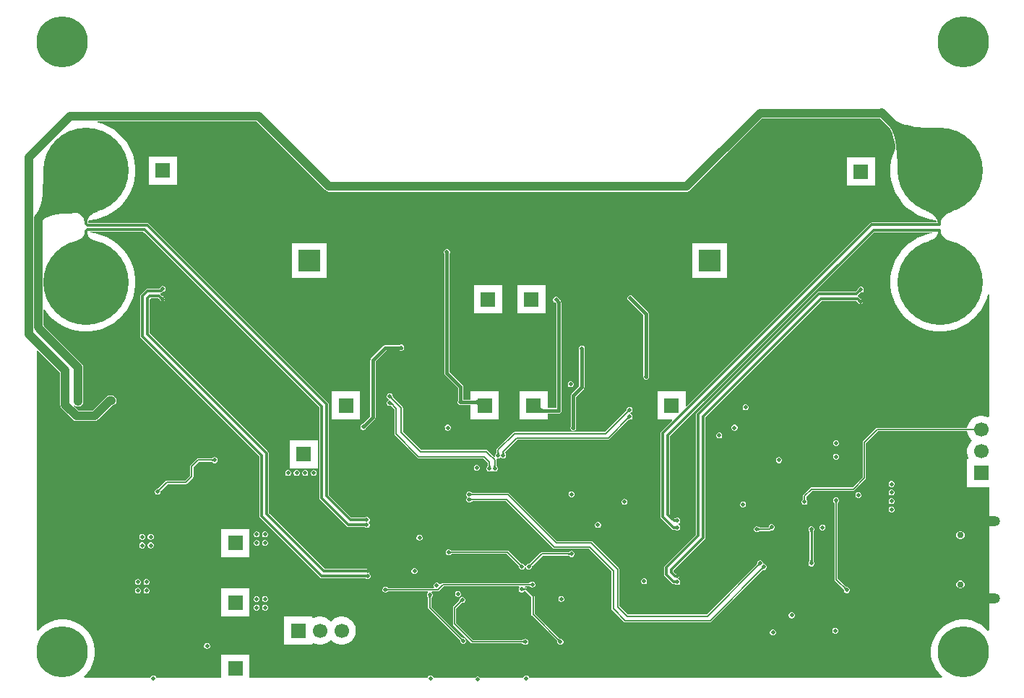
<source format=gbl>
G04*
G04 #@! TF.GenerationSoftware,Altium Limited,Altium Designer,24.7.2 (38)*
G04*
G04 Layer_Physical_Order=4*
G04 Layer_Color=16711680*
%FSLAX44Y44*%
%MOMM*%
G71*
G04*
G04 #@! TF.SameCoordinates,1A42ED2C-D2DC-4C4E-9266-FAA71F5D9F86*
G04*
G04*
G04 #@! TF.FilePolarity,Positive*
G04*
G01*
G75*
%ADD14C,0.2000*%
%ADD16C,1.0000*%
%ADD63R,1.7000X1.7000*%
%ADD64C,1.7000*%
%ADD65C,0.7500*%
%ADD66O,2.0000X1.2000*%
%ADD67O,2.3000X1.2000*%
%ADD68R,1.7000X1.7000*%
%ADD69C,10.0000*%
%ADD70R,2.5000X2.5000*%
%ADD71C,2.5000*%
%ADD72C,6.0000*%
%ADD73C,0.3000*%
%ADD74C,0.2840*%
%ADD80C,0.4000*%
%ADD81C,0.5000*%
%ADD82C,0.6000*%
G36*
X1090261Y737675D02*
X1093280Y735928D01*
X1096933Y734396D01*
X1101219Y733080D01*
X1106138Y731980D01*
X1111690Y731095D01*
X1124694Y729970D01*
X1132145Y729731D01*
X1140230Y729707D01*
X1090732Y680210D01*
X1090709Y688295D01*
X1089345Y708750D01*
X1088460Y714302D01*
X1087360Y719221D01*
X1086043Y723507D01*
X1084512Y727160D01*
X1082765Y730179D01*
X1080803Y732566D01*
X1087874Y739637D01*
X1090261Y737675D01*
D02*
G37*
G36*
X143121Y675697D02*
X142774Y675074D01*
X142469Y674308D01*
X142204Y673400D01*
X141979Y672347D01*
X141796Y671152D01*
X141552Y668333D01*
X141470Y664940D01*
X138470D01*
X138450Y666708D01*
X138144Y671152D01*
X137961Y672347D01*
X137736Y673400D01*
X137472Y674308D01*
X137166Y675074D01*
X136819Y675697D01*
X136432Y676177D01*
X143508D01*
X143121Y675697D01*
D02*
G37*
G36*
X1080230Y731558D02*
X1081873Y729561D01*
X1083541Y726677D01*
X1085025Y723138D01*
X1086312Y718944D01*
X1087397Y714098D01*
X1088269Y708629D01*
X1088499Y705174D01*
X1085690Y698393D01*
X1083722Y691049D01*
X1082730Y683512D01*
Y675909D01*
X1083722Y668371D01*
X1085690Y661027D01*
X1088600Y654002D01*
X1092401Y647418D01*
X1097030Y641386D01*
X1102406Y636010D01*
X1108438Y631381D01*
X1115022Y627580D01*
X1122047Y624670D01*
X1129390Y622702D01*
X1136230Y621802D01*
X1136878Y620032D01*
X1136981Y619534D01*
X1136179Y618549D01*
X1060515D01*
X1059539Y618355D01*
X1058712Y617802D01*
X843673Y402763D01*
X842500Y403249D01*
Y420500D01*
X809500D01*
Y387500D01*
X826751D01*
X827237Y386327D01*
X814198Y373288D01*
X813645Y372461D01*
X813451Y371485D01*
Y273515D01*
X813645Y272539D01*
X814198Y271712D01*
X826712Y259198D01*
X827539Y258645D01*
X828515Y258451D01*
X829412D01*
X829491Y258418D01*
X829755Y258415D01*
X830194Y258397D01*
X830516Y258365D01*
X830603Y258349D01*
X830653Y258337D01*
X830673Y258328D01*
X830685Y258327D01*
X830719Y258315D01*
X830734Y258316D01*
X831017Y258033D01*
X832304Y257500D01*
X833696D01*
X834983Y258033D01*
X835967Y259017D01*
X836500Y260304D01*
Y261696D01*
X835967Y262983D01*
X834983Y263967D01*
X834115Y264327D01*
Y265673D01*
X834983Y266033D01*
X835967Y267017D01*
X836500Y268304D01*
Y269696D01*
X835967Y270983D01*
X834983Y271967D01*
X833696Y272500D01*
X832304D01*
X831017Y271967D01*
X829598Y272007D01*
X824549Y277056D01*
Y367944D01*
X1064056Y607451D01*
X1131384D01*
X1131467Y606181D01*
X1129390Y605908D01*
X1122047Y603940D01*
X1115022Y601030D01*
X1108438Y597229D01*
X1102406Y592600D01*
X1097030Y587224D01*
X1092401Y581192D01*
X1088600Y574608D01*
X1085690Y567584D01*
X1083722Y560239D01*
X1082730Y552701D01*
Y545098D01*
X1083722Y537561D01*
X1085690Y530216D01*
X1088600Y523192D01*
X1092401Y516608D01*
X1097030Y510576D01*
X1102406Y505200D01*
X1108438Y500571D01*
X1115022Y496770D01*
X1122047Y493860D01*
X1129390Y491892D01*
X1136928Y490900D01*
X1144531D01*
X1152069Y491892D01*
X1159414Y493860D01*
X1166438Y496770D01*
X1173022Y500571D01*
X1179054Y505200D01*
X1184430Y510576D01*
X1189059Y516608D01*
X1192860Y523192D01*
X1195770Y530216D01*
X1196833Y534186D01*
X1198103Y534018D01*
Y390809D01*
X1196983Y390210D01*
X1196816Y390322D01*
X1193813Y391566D01*
X1190625Y392200D01*
X1187375D01*
X1184187Y391566D01*
X1181184Y390322D01*
X1178482Y388516D01*
X1176184Y386218D01*
X1174378Y383516D01*
X1173134Y380513D01*
X1172642Y378039D01*
X1067000D01*
X1066220Y377884D01*
X1065558Y377442D01*
X1065558Y377442D01*
X1050558Y362442D01*
X1050116Y361780D01*
X1049961Y361000D01*
Y319845D01*
X1038155Y308039D01*
X990000D01*
X989220Y307884D01*
X988558Y307442D01*
X980558Y299442D01*
X980116Y298780D01*
X979961Y298000D01*
Y293911D01*
X979033Y292983D01*
X978500Y291696D01*
Y290304D01*
X979033Y289017D01*
X980017Y288033D01*
X981304Y287500D01*
X982696D01*
X983983Y288033D01*
X984967Y289017D01*
X985500Y290304D01*
Y291696D01*
X984967Y292983D01*
X984039Y293911D01*
Y297155D01*
X990845Y303961D01*
X1039000D01*
X1039780Y304116D01*
X1040442Y304558D01*
X1053442Y317558D01*
X1053884Y318220D01*
X1054039Y319000D01*
Y360155D01*
X1067845Y373961D01*
X1172523D01*
X1173134Y370887D01*
X1174378Y367884D01*
X1176184Y365182D01*
X1178365Y363000D01*
X1176184Y360818D01*
X1174378Y358116D01*
X1173134Y355113D01*
X1172500Y351925D01*
Y348675D01*
X1173134Y345487D01*
X1174301Y342670D01*
X1173816Y341432D01*
X1173798Y341400D01*
X1172500D01*
Y308400D01*
X1198103D01*
Y140604D01*
X1196833Y140107D01*
X1192955Y143985D01*
X1188116Y147500D01*
X1182787Y150216D01*
X1177098Y152064D01*
X1171191Y153000D01*
X1165209D01*
X1159302Y152064D01*
X1153613Y150216D01*
X1148284Y147500D01*
X1143445Y143985D01*
X1139215Y139755D01*
X1135699Y134916D01*
X1132984Y129587D01*
X1131136Y123898D01*
X1130200Y117991D01*
Y112009D01*
X1131136Y106102D01*
X1132984Y100413D01*
X1135699Y95084D01*
X1139215Y90245D01*
X1143093Y86367D01*
X1142596Y85097D01*
X659334D01*
X658967Y85983D01*
X657983Y86967D01*
X656696Y87500D01*
X655304D01*
X654017Y86967D01*
X653033Y85983D01*
X652666Y85097D01*
X601853D01*
X600983Y85967D01*
X599696Y86500D01*
X598304D01*
X597017Y85967D01*
X596147Y85097D01*
X547334D01*
X546967Y85983D01*
X545983Y86967D01*
X544696Y87500D01*
X543304D01*
X542017Y86967D01*
X541033Y85983D01*
X540666Y85097D01*
X331730D01*
Y112010D01*
X298730D01*
Y85097D01*
X222334D01*
X221967Y85983D01*
X220983Y86967D01*
X219696Y87500D01*
X218304D01*
X217017Y86967D01*
X216033Y85983D01*
X215666Y85097D01*
X138104D01*
X137607Y86367D01*
X141485Y90245D01*
X145000Y95084D01*
X147716Y100413D01*
X149564Y106102D01*
X150500Y112009D01*
Y117991D01*
X149564Y123898D01*
X147716Y129587D01*
X145000Y134916D01*
X141485Y139755D01*
X137255Y143985D01*
X132416Y147500D01*
X127087Y150216D01*
X121398Y152064D01*
X115491Y153000D01*
X109509D01*
X103602Y152064D01*
X97913Y150216D01*
X92584Y147500D01*
X87745Y143985D01*
X83867Y140107D01*
X82597Y140604D01*
Y468092D01*
X83770Y468578D01*
X109882Y442466D01*
Y405000D01*
X110348Y402659D01*
X111674Y400674D01*
X124674Y387674D01*
X126659Y386348D01*
X129000Y385882D01*
X150000D01*
X152341Y386348D01*
X154326Y387674D01*
X170667Y404015D01*
X172341Y404348D01*
X174326Y405674D01*
X175652Y407659D01*
X176117Y410000D01*
X175652Y412341D01*
X174326Y414326D01*
X172341Y415652D01*
X170000Y416118D01*
X168000D01*
X165659Y415652D01*
X163674Y414326D01*
X147466Y398117D01*
X131534D01*
X126163Y403488D01*
X126973Y404475D01*
X128659Y403348D01*
X131000Y402882D01*
X133341Y403348D01*
X135326Y404674D01*
X136652Y406659D01*
X137118Y409000D01*
Y449000D01*
X136652Y451341D01*
X135326Y453326D01*
X91255Y497397D01*
X90118Y498534D01*
Y516794D01*
X91344Y517122D01*
X91641Y516608D01*
X96270Y510576D01*
X101646Y505200D01*
X107678Y500571D01*
X114262Y496770D01*
X121286Y493860D01*
X128631Y491892D01*
X136168Y490900D01*
X143771D01*
X151309Y491892D01*
X158653Y493860D01*
X165678Y496770D01*
X172262Y500571D01*
X178294Y505200D01*
X183670Y510576D01*
X188299Y516608D01*
X192100Y523192D01*
X195010Y530216D01*
X196978Y537561D01*
X197970Y545098D01*
Y552701D01*
X196978Y560239D01*
X195010Y567584D01*
X192100Y574608D01*
X188299Y581192D01*
X183670Y587224D01*
X178294Y592600D01*
X172262Y597229D01*
X165678Y601030D01*
X158653Y603940D01*
X151309Y605908D01*
X145251Y606705D01*
X145334Y607975D01*
X207420D01*
X413451Y401944D01*
Y295515D01*
X413645Y294539D01*
X414198Y293712D01*
X445712Y262198D01*
X446539Y261645D01*
X447515Y261451D01*
X465412D01*
X465490Y261418D01*
X465755Y261415D01*
X466194Y261397D01*
X466516Y261364D01*
X466603Y261350D01*
X466653Y261338D01*
X466673Y261328D01*
X466685Y261327D01*
X466719Y261315D01*
X466734Y261316D01*
X467017Y261033D01*
X468304Y260500D01*
X469696D01*
X470983Y261033D01*
X471967Y262017D01*
X472500Y263304D01*
Y264696D01*
X471967Y265983D01*
X471779Y266170D01*
X471013Y267000D01*
X471779Y267830D01*
X471967Y268017D01*
X472500Y269304D01*
Y270696D01*
X471967Y271983D01*
X470983Y272967D01*
X469696Y273500D01*
X468304D01*
X467017Y272967D01*
X466734Y272684D01*
X466719Y272685D01*
X466685Y272673D01*
X466673Y272672D01*
X466653Y272663D01*
X466603Y272651D01*
X466534Y272639D01*
X465740Y272584D01*
X465490Y272582D01*
X465412Y272549D01*
X451056D01*
X424549Y299056D01*
Y405485D01*
X424355Y406461D01*
X423802Y407288D01*
X213686Y617404D01*
X212859Y617956D01*
X211884Y618150D01*
X143839D01*
X142760Y619186D01*
X142699Y619385D01*
X143032Y621032D01*
X143277Y621710D01*
X143771D01*
X151309Y622702D01*
X158653Y624670D01*
X165678Y627580D01*
X172262Y631381D01*
X178294Y636010D01*
X183670Y641386D01*
X188299Y647418D01*
X192100Y654002D01*
X195010Y661027D01*
X196978Y668371D01*
X197970Y675909D01*
Y683512D01*
X196978Y691049D01*
X195010Y698393D01*
X192100Y705418D01*
X188299Y712002D01*
X183670Y718034D01*
X178294Y723410D01*
X172262Y728039D01*
X165678Y731840D01*
X158653Y734750D01*
X153568Y736112D01*
X153735Y737382D01*
X339966D01*
X420674Y656674D01*
X422659Y655348D01*
X425000Y654883D01*
X844000D01*
X846341Y655348D01*
X848326Y656674D01*
X932534Y740882D01*
X1070906D01*
X1080230Y731558D01*
D02*
G37*
G36*
X136019Y631831D02*
X154380D01*
X151927Y630987D01*
X149732Y630009D01*
X147796Y628897D01*
X146117Y627651D01*
X144698Y626270D01*
X143536Y624756D01*
X142632Y623108D01*
X141986Y621325D01*
X141599Y619409D01*
X141470Y617359D01*
X138470D01*
X138341Y619409D01*
X137954Y621325D01*
X137308Y623108D01*
X136404Y624756D01*
X135243Y626270D01*
X133822Y627651D01*
X132144Y628897D01*
X130377Y629912D01*
X116942Y629506D01*
X111029Y628927D01*
X105686Y628098D01*
X100914Y627019D01*
X96714Y625690D01*
X93083Y624111D01*
X90024Y622283D01*
X87535Y620205D01*
X80464Y627276D01*
X82543Y629764D01*
X84371Y632823D01*
X85950Y636454D01*
X87279Y640655D01*
X88358Y645426D01*
X89187Y650769D01*
X89766Y656682D01*
X90175Y670220D01*
X90005Y677846D01*
X136019Y631831D01*
D02*
G37*
G36*
X1156038Y632111D02*
X1153276Y631108D01*
X1150804Y629970D01*
X1148624Y628697D01*
X1146734Y627289D01*
X1145135Y625746D01*
X1143826Y624067D01*
X1142808Y622253D01*
X1142082Y620304D01*
X1141645Y618219D01*
X1141500Y616000D01*
X1138500D01*
X1138355Y618228D01*
X1137922Y620329D01*
X1137198Y622304D01*
X1136186Y624152D01*
X1134885Y625873D01*
X1133294Y627467D01*
X1131414Y628935D01*
X1129245Y630276D01*
X1126786Y631491D01*
X1124039Y632578D01*
X1156038Y632111D01*
D02*
G37*
G36*
X141570Y607063D02*
X141870Y605489D01*
X142371Y604044D01*
X143072Y602729D01*
X143973Y601544D01*
X145074Y600487D01*
X146376Y599561D01*
X147877Y598763D01*
X149579Y598095D01*
X151481Y597557D01*
X128459D01*
X130361Y598095D01*
X132063Y598763D01*
X133564Y599561D01*
X134866Y600487D01*
X135967Y601544D01*
X136868Y602729D01*
X137569Y604044D01*
X138069Y605489D01*
X138370Y607063D01*
X138470Y608767D01*
X141470D01*
X141570Y607063D01*
D02*
G37*
G36*
X1141615Y608124D02*
X1141959Y606384D01*
X1142533Y604780D01*
X1143337Y603313D01*
X1144370Y601983D01*
X1145633Y600788D01*
X1147125Y599731D01*
X1148847Y598809D01*
X1150799Y598025D01*
X1152980Y597376D01*
X1127070Y596998D01*
X1129242Y597712D01*
X1131185Y598557D01*
X1132899Y599531D01*
X1134385Y600636D01*
X1135642Y601871D01*
X1136671Y603237D01*
X1137471Y604732D01*
X1138043Y606358D01*
X1138386Y608114D01*
X1138500Y610000D01*
X1141500D01*
X1141615Y608124D01*
D02*
G37*
G36*
X467215Y268250D02*
X467153Y268298D01*
X467068Y268340D01*
X466957Y268377D01*
X466823Y268410D01*
X466664Y268438D01*
X466272Y268477D01*
X465782Y268498D01*
X465500Y268500D01*
Y271500D01*
X465782Y271502D01*
X466664Y271562D01*
X466823Y271590D01*
X466957Y271623D01*
X467068Y271660D01*
X467153Y271702D01*
X467215Y271750D01*
Y268250D01*
D02*
G37*
G36*
X831215Y267250D02*
X831153Y267297D01*
X831068Y267340D01*
X830957Y267377D01*
X830823Y267410D01*
X830664Y267437D01*
X830272Y267477D01*
X829782Y267498D01*
X829500Y267500D01*
Y270500D01*
X829782Y270502D01*
X830664Y270562D01*
X830823Y270590D01*
X830957Y270623D01*
X831068Y270660D01*
X831153Y270702D01*
X831215Y270750D01*
Y267250D01*
D02*
G37*
G36*
X467215Y262250D02*
X467153Y262297D01*
X467068Y262340D01*
X466957Y262377D01*
X466823Y262410D01*
X466664Y262437D01*
X466272Y262477D01*
X465782Y262498D01*
X465500Y262500D01*
Y265500D01*
X465782Y265502D01*
X466664Y265562D01*
X466823Y265590D01*
X466957Y265623D01*
X467068Y265660D01*
X467153Y265702D01*
X467215Y265750D01*
Y262250D01*
D02*
G37*
G36*
X831215Y259250D02*
X831153Y259298D01*
X831068Y259340D01*
X830957Y259377D01*
X830823Y259410D01*
X830664Y259438D01*
X830272Y259478D01*
X829782Y259498D01*
X829500Y259500D01*
Y262500D01*
X829782Y262502D01*
X830664Y262563D01*
X830823Y262590D01*
X830957Y262623D01*
X831068Y262660D01*
X831153Y262703D01*
X831215Y262750D01*
Y259250D01*
D02*
G37*
%LPC*%
G36*
X246640Y696210D02*
X213640D01*
Y663210D01*
X246640D01*
Y696210D01*
D02*
G37*
G36*
X1064520Y694940D02*
X1031520D01*
Y661940D01*
X1064520D01*
Y694940D01*
D02*
G37*
G36*
X891101Y594800D02*
X850101D01*
Y553800D01*
X891101D01*
Y594800D01*
D02*
G37*
G36*
X422090D02*
X381090D01*
Y553800D01*
X422090D01*
Y594800D01*
D02*
G37*
G36*
X230696Y544500D02*
X229304D01*
X228017Y543967D01*
X227033Y542983D01*
X226500Y541696D01*
Y541378D01*
X212515D01*
X211539Y541184D01*
X210712Y540632D01*
X204198Y534117D01*
X203645Y533290D01*
X203451Y532315D01*
Y485515D01*
X203645Y484539D01*
X204198Y483712D01*
X343451Y344459D01*
Y274515D01*
X343645Y273539D01*
X344198Y272712D01*
X414712Y202198D01*
X415539Y201645D01*
X416515Y201451D01*
X466412D01*
X466491Y201418D01*
X466755Y201415D01*
X467194Y201397D01*
X467516Y201364D01*
X467603Y201350D01*
X467653Y201338D01*
X467673Y201328D01*
X467685Y201327D01*
X467719Y201315D01*
X467734Y201316D01*
X468017Y201033D01*
X469304Y200500D01*
X470696D01*
X471983Y201033D01*
X472967Y202017D01*
X473500Y203304D01*
Y204696D01*
X472967Y205983D01*
X472089Y206861D01*
X471972Y207204D01*
X471917Y208369D01*
X472355Y209025D01*
X472549Y210000D01*
X472355Y210975D01*
X471802Y211802D01*
X470975Y212355D01*
X470000Y212549D01*
X468899D01*
X468655Y212650D01*
X468350Y212824D01*
X468281Y212805D01*
X468215Y212832D01*
X467890Y212698D01*
X467837Y212683D01*
X467789Y212680D01*
X467719Y212685D01*
X467685Y212673D01*
X467673Y212672D01*
X467653Y212663D01*
X467603Y212651D01*
X467534Y212639D01*
X466740Y212584D01*
X466491Y212582D01*
X466412Y212549D01*
X420056D01*
X354549Y278056D01*
Y348000D01*
X354355Y348975D01*
X353802Y349802D01*
X214549Y489056D01*
Y528774D01*
X216056Y530280D01*
X224914D01*
X225800Y529394D01*
X225832Y529315D01*
X226018Y529126D01*
X226316Y528802D01*
X226520Y528551D01*
X226571Y528479D01*
X226598Y528436D01*
X226605Y528415D01*
X226613Y528406D01*
X226629Y528373D01*
X226682Y528327D01*
X226713Y528291D01*
X226740Y528243D01*
X226875Y527919D01*
X226941Y527891D01*
X226977Y527828D01*
X227316Y527736D01*
X227559Y527635D01*
X228338Y526856D01*
X229165Y526304D01*
X230140Y526110D01*
X231115Y526304D01*
X231942Y526856D01*
X232495Y527683D01*
X232689Y528659D01*
X232495Y529634D01*
X231942Y530461D01*
X231164Y531240D01*
X231063Y531483D01*
X230970Y531822D01*
X230908Y531858D01*
X230880Y531924D01*
X230556Y532059D01*
X230508Y532086D01*
X230472Y532117D01*
X230425Y532170D01*
X230393Y532186D01*
X230384Y532194D01*
X230363Y532201D01*
X230320Y532228D01*
X230262Y532268D01*
X229662Y532791D01*
X229484Y532967D01*
X229405Y532999D01*
X227772Y534632D01*
X227205Y535010D01*
X227449Y536281D01*
X227829D01*
X228805Y536474D01*
X229632Y537027D01*
X230105Y537500D01*
X230696D01*
X231983Y538033D01*
X232967Y539017D01*
X233500Y540304D01*
Y541696D01*
X232967Y542983D01*
X231983Y543967D01*
X230696Y544500D01*
D02*
G37*
G36*
X1048696Y543500D02*
X1047304D01*
X1046017Y542967D01*
X1045033Y541983D01*
X1044500Y540696D01*
Y540295D01*
X1044489Y540285D01*
X1044473Y540253D01*
X1044465Y540244D01*
X1044458Y540223D01*
X1044431Y540180D01*
X1044391Y540122D01*
X1043867Y539523D01*
X1043692Y539344D01*
X1043660Y539265D01*
X1041944Y537549D01*
X998515D01*
X997539Y537355D01*
X996712Y536802D01*
X855198Y395288D01*
X854645Y394461D01*
X854451Y393485D01*
Y252541D01*
X818198Y216288D01*
X817645Y215461D01*
X817451Y214485D01*
Y205515D01*
X817645Y204539D01*
X818198Y203712D01*
X826712Y195198D01*
X827539Y194645D01*
X828515Y194451D01*
X829412D01*
X829491Y194418D01*
X829755Y194415D01*
X830194Y194397D01*
X830516Y194364D01*
X830603Y194349D01*
X830653Y194338D01*
X830673Y194328D01*
X830685Y194327D01*
X830719Y194315D01*
X830734Y194316D01*
X831017Y194033D01*
X832304Y193500D01*
X833696D01*
X834983Y194033D01*
X835967Y195017D01*
X836500Y196304D01*
Y197696D01*
X835967Y198983D01*
X834983Y199967D01*
X834031Y200361D01*
X833986Y201404D01*
X834018Y201673D01*
X834802Y202198D01*
X835355Y203025D01*
X835549Y204000D01*
X835355Y204975D01*
X834802Y205802D01*
X833975Y206355D01*
X833000Y206549D01*
X831056D01*
X828549Y209056D01*
Y210944D01*
X864802Y247198D01*
X865355Y248025D01*
X865549Y249000D01*
Y389944D01*
X1002056Y526451D01*
X1043122D01*
X1043568Y526004D01*
X1043599Y525926D01*
X1044121Y525390D01*
X1044436Y525034D01*
X1044474Y524986D01*
X1044484Y524971D01*
X1044495Y524951D01*
X1044501Y524947D01*
X1044513Y524929D01*
X1044570Y524892D01*
X1044653Y524826D01*
X1044817Y524557D01*
X1044909Y524535D01*
X1044970Y524463D01*
X1045120Y524452D01*
X1045587Y523986D01*
X1046414Y523433D01*
X1047389Y523239D01*
X1047930D01*
X1048906Y523433D01*
X1049733Y523986D01*
X1050285Y524813D01*
X1050479Y525788D01*
X1050285Y526764D01*
X1049733Y527591D01*
X1048906Y528143D01*
X1048593Y528421D01*
X1048410Y528721D01*
X1048266Y529042D01*
X1048199Y529067D01*
X1048162Y529128D01*
X1047820Y529212D01*
X1047767Y529232D01*
X1047706Y529288D01*
X1047652Y529308D01*
X1047646Y529311D01*
X1047639Y529315D01*
X1047636Y529316D01*
X1047624Y529322D01*
X1047556Y529364D01*
X1047475Y529422D01*
X1047011Y529822D01*
X1046834Y529995D01*
X1046756Y530027D01*
X1046718Y530065D01*
X1046681Y530120D01*
X1046658Y530124D01*
X1045980Y530802D01*
X1045153Y531355D01*
X1044385Y531508D01*
X1044272Y531821D01*
X1044197Y532227D01*
X1044213Y532804D01*
X1044802Y533198D01*
X1047265Y535660D01*
X1047344Y535692D01*
X1047533Y535878D01*
X1047857Y536176D01*
X1048107Y536380D01*
X1048180Y536431D01*
X1048223Y536458D01*
X1048244Y536465D01*
X1048253Y536473D01*
X1048286Y536489D01*
X1048295Y536500D01*
X1048696D01*
X1049983Y537033D01*
X1050967Y538017D01*
X1051500Y539304D01*
Y540696D01*
X1050967Y541983D01*
X1049983Y542967D01*
X1048696Y543500D01*
D02*
G37*
G36*
X678440Y545080D02*
X645440D01*
Y512080D01*
X678440D01*
Y545080D01*
D02*
G37*
G36*
X627640D02*
X594640D01*
Y512080D01*
X627640D01*
Y545080D01*
D02*
G37*
G36*
X510196Y475500D02*
X508804D01*
X507739Y475059D01*
X491000D01*
X491000Y475059D01*
X489829Y474826D01*
X488837Y474163D01*
X474108Y459434D01*
X473445Y458441D01*
X473212Y457271D01*
X473212Y457271D01*
Y391538D01*
X464083Y382408D01*
X463017Y381967D01*
X462033Y380983D01*
X461500Y379696D01*
Y378304D01*
X462033Y377017D01*
X463017Y376033D01*
X464304Y375500D01*
X465696D01*
X466983Y376033D01*
X467967Y377017D01*
X468408Y378083D01*
X478434Y388108D01*
X478434Y388108D01*
X479097Y389100D01*
X479330Y390271D01*
Y456004D01*
X492267Y468941D01*
X507739D01*
X508804Y468500D01*
X510196D01*
X511483Y469033D01*
X512467Y470017D01*
X513000Y471304D01*
Y472696D01*
X512467Y473983D01*
X511483Y474967D01*
X510196Y475500D01*
D02*
G37*
G36*
X778696Y533500D02*
X777304D01*
X776017Y532967D01*
X775033Y531983D01*
X774500Y530696D01*
Y529304D01*
X775033Y528017D01*
X776017Y527033D01*
X777083Y526592D01*
X793346Y510328D01*
Y439910D01*
X792905Y438845D01*
Y437453D01*
X793438Y436166D01*
X794423Y435182D01*
X795709Y434649D01*
X797101D01*
X798388Y435182D01*
X799372Y436166D01*
X799905Y437453D01*
Y438845D01*
X799464Y439910D01*
Y511595D01*
X799464Y511595D01*
X799231Y512765D01*
X798568Y513758D01*
X798568Y513758D01*
X781408Y530917D01*
X780967Y531983D01*
X779983Y532967D01*
X778696Y533500D01*
D02*
G37*
G36*
X708696Y432500D02*
X707304D01*
X706017Y431967D01*
X705033Y430983D01*
X704500Y429696D01*
Y428304D01*
X705033Y427017D01*
X706017Y426033D01*
X707304Y425500D01*
X708696D01*
X709983Y426033D01*
X710967Y427017D01*
X711500Y428304D01*
Y429696D01*
X710967Y430983D01*
X709983Y431967D01*
X708696Y432500D01*
D02*
G37*
G36*
X691696Y531500D02*
X690304D01*
X689017Y530967D01*
X688033Y529983D01*
X687500Y528696D01*
Y527304D01*
X688033Y526017D01*
X689017Y525033D01*
X690083Y524592D01*
X690941Y523733D01*
Y401059D01*
X680980D01*
Y420620D01*
X647980D01*
Y387620D01*
X680980D01*
Y394941D01*
X692239D01*
X693304Y394500D01*
X694696D01*
X695983Y395033D01*
X696967Y396017D01*
X697500Y397304D01*
Y398696D01*
X697059Y399761D01*
Y525000D01*
X696826Y526171D01*
X696163Y527163D01*
X694408Y528917D01*
X693967Y529983D01*
X692983Y530967D01*
X691696Y531500D01*
D02*
G37*
G36*
X913696Y405500D02*
X912304D01*
X911017Y404967D01*
X910033Y403983D01*
X909500Y402696D01*
Y401304D01*
X910033Y400017D01*
X911017Y399033D01*
X912304Y398500D01*
X913696D01*
X914983Y399033D01*
X915967Y400017D01*
X916500Y401304D01*
Y402696D01*
X915967Y403983D01*
X914983Y404967D01*
X913696Y405500D01*
D02*
G37*
G36*
X563696Y587500D02*
X562304D01*
X561017Y586967D01*
X560033Y585983D01*
X559500Y584696D01*
Y583304D01*
X559941Y582239D01*
Y442000D01*
X559941Y442000D01*
X560174Y440830D01*
X560837Y439837D01*
X575941Y424733D01*
Y409761D01*
X575500Y408696D01*
Y407304D01*
X576033Y406017D01*
X577017Y405033D01*
X578304Y404500D01*
X579696D01*
X580761Y404941D01*
X590830D01*
Y387620D01*
X623830D01*
Y420620D01*
X590830D01*
Y411059D01*
X582059D01*
Y426000D01*
X581826Y427170D01*
X581163Y428163D01*
X581163Y428163D01*
X566059Y443267D01*
Y582239D01*
X566500Y583304D01*
Y584696D01*
X565967Y585983D01*
X564983Y586967D01*
X563696Y587500D01*
D02*
G37*
G36*
X461270Y420620D02*
X428270D01*
Y387620D01*
X461270D01*
Y420620D01*
D02*
G37*
G36*
X900696Y381500D02*
X899304D01*
X898017Y380967D01*
X897033Y379983D01*
X896500Y378696D01*
Y377304D01*
X897033Y376017D01*
X898017Y375033D01*
X899304Y374500D01*
X900696D01*
X901983Y375033D01*
X902967Y376017D01*
X903500Y377304D01*
Y378696D01*
X902967Y379983D01*
X901983Y380967D01*
X900696Y381500D01*
D02*
G37*
G36*
X721696Y474500D02*
X720304D01*
X719017Y473967D01*
X718033Y472983D01*
X717500Y471696D01*
Y470304D01*
X717941Y469239D01*
Y426937D01*
X708837Y417833D01*
X708174Y416841D01*
X707941Y415670D01*
X707941Y415670D01*
Y379761D01*
X707500Y378696D01*
Y377304D01*
X708033Y376017D01*
X709017Y375033D01*
X710304Y374500D01*
X711696D01*
X712983Y375033D01*
X713967Y376017D01*
X714500Y377304D01*
Y378696D01*
X714059Y379761D01*
Y414403D01*
X723163Y423507D01*
X723163Y423507D01*
X723826Y424500D01*
X724059Y425670D01*
Y469239D01*
X724500Y470304D01*
Y471696D01*
X723967Y472983D01*
X722983Y473967D01*
X721696Y474500D01*
D02*
G37*
G36*
X564696Y381500D02*
X563304D01*
X562017Y380967D01*
X561033Y379983D01*
X560500Y378696D01*
Y377304D01*
X561033Y376017D01*
X562017Y375033D01*
X563304Y374500D01*
X564696D01*
X565983Y375033D01*
X566967Y376017D01*
X567500Y377304D01*
Y378696D01*
X566967Y379983D01*
X565983Y380967D01*
X564696Y381500D01*
D02*
G37*
G36*
X882696Y372500D02*
X881304D01*
X880017Y371967D01*
X879033Y370983D01*
X878500Y369696D01*
Y368304D01*
X879033Y367017D01*
X880017Y366033D01*
X881304Y365500D01*
X882696D01*
X883983Y366033D01*
X884967Y367017D01*
X885500Y368304D01*
Y369696D01*
X884967Y370983D01*
X883983Y371967D01*
X882696Y372500D01*
D02*
G37*
G36*
X1019696Y363500D02*
X1018304D01*
X1017017Y362967D01*
X1016033Y361983D01*
X1015500Y360696D01*
Y359304D01*
X1016033Y358017D01*
X1017017Y357033D01*
X1018304Y356500D01*
X1019696D01*
X1020983Y357033D01*
X1021967Y358017D01*
X1022500Y359304D01*
Y360696D01*
X1021967Y361983D01*
X1020983Y362967D01*
X1019696Y363500D01*
D02*
G37*
G36*
X291696Y343500D02*
X290304D01*
X289017Y342967D01*
X288660Y342610D01*
X288475Y342541D01*
X288358Y342431D01*
X288271Y342363D01*
X288177Y342302D01*
X288077Y342249D01*
X287966Y342202D01*
X287843Y342162D01*
X287707Y342129D01*
X287557Y342104D01*
X287390Y342088D01*
X287176Y342082D01*
X287081Y342039D01*
X271000D01*
X271000Y342039D01*
X270220Y341884D01*
X269558Y341442D01*
X269558Y341442D01*
X262558Y334442D01*
X262116Y333780D01*
X261961Y333000D01*
Y321845D01*
X256155Y316039D01*
X235000D01*
X235000Y316039D01*
X234220Y315884D01*
X233558Y315442D01*
X225329Y307213D01*
X225232Y307176D01*
X225076Y307029D01*
X224947Y306923D01*
X224823Y306834D01*
X224704Y306761D01*
X224589Y306703D01*
X224477Y306658D01*
X224368Y306624D01*
X224260Y306601D01*
X224149Y306587D01*
X223989Y306582D01*
X223809Y306500D01*
X223304D01*
X222017Y305967D01*
X221033Y304983D01*
X220500Y303696D01*
Y302304D01*
X221033Y301017D01*
X222017Y300033D01*
X223304Y299500D01*
X224696D01*
X225983Y300033D01*
X226967Y301017D01*
X227500Y302304D01*
Y302809D01*
X227582Y302989D01*
X227587Y303149D01*
X227601Y303260D01*
X227624Y303368D01*
X227657Y303477D01*
X227703Y303589D01*
X227761Y303704D01*
X227834Y303823D01*
X227923Y303947D01*
X228029Y304076D01*
X228176Y304232D01*
X228213Y304329D01*
X235845Y311961D01*
X257000D01*
X257780Y312116D01*
X258442Y312558D01*
X265442Y319558D01*
X265442Y319558D01*
X265884Y320220D01*
X266039Y321000D01*
X266039Y321000D01*
Y332155D01*
X271845Y337961D01*
X287081D01*
X287176Y337918D01*
X287390Y337912D01*
X287557Y337896D01*
X287707Y337871D01*
X287843Y337838D01*
X287966Y337798D01*
X288077Y337751D01*
X288177Y337698D01*
X288270Y337638D01*
X288358Y337569D01*
X288475Y337459D01*
X288660Y337390D01*
X289017Y337033D01*
X290304Y336500D01*
X291696D01*
X292983Y337033D01*
X293967Y338017D01*
X294500Y339304D01*
Y340696D01*
X293967Y341983D01*
X292983Y342967D01*
X291696Y343500D01*
D02*
G37*
G36*
X496696Y418500D02*
X495304D01*
X494017Y417967D01*
X493033Y416983D01*
X492500Y415696D01*
Y414304D01*
X493033Y413017D01*
X494017Y412033D01*
X494885Y411673D01*
Y410327D01*
X494017Y409967D01*
X493033Y408983D01*
X492500Y407696D01*
Y406304D01*
X493033Y405017D01*
X494017Y404033D01*
X495304Y403500D01*
X496696D01*
X496905Y403587D01*
X497026Y403569D01*
X497150Y403601D01*
X497201Y403607D01*
X497249Y403607D01*
X497300Y403600D01*
X497359Y403584D01*
X497432Y403555D01*
X497519Y403508D01*
X497622Y403440D01*
X497738Y403347D01*
X497893Y403203D01*
X497989Y403167D01*
X501461Y399695D01*
Y370500D01*
X501616Y369720D01*
X502058Y369058D01*
X528558Y342558D01*
X529220Y342116D01*
X530000Y341961D01*
X530000Y341961D01*
X606155D01*
X610961Y337155D01*
Y333919D01*
X610918Y333824D01*
X610912Y333610D01*
X610896Y333443D01*
X610871Y333293D01*
X610838Y333157D01*
X610798Y333034D01*
X610751Y332923D01*
X610698Y332823D01*
X610638Y332729D01*
X610569Y332642D01*
X610460Y332525D01*
X610390Y332340D01*
X610033Y331983D01*
X609500Y330696D01*
Y329304D01*
X610033Y328017D01*
X611017Y327033D01*
X612304Y326500D01*
X613696D01*
X614983Y327033D01*
X615170Y327221D01*
X616000Y327987D01*
X616830Y327221D01*
X617017Y327033D01*
X618304Y326500D01*
X619696D01*
X620983Y327033D01*
X621967Y328017D01*
X622500Y329304D01*
Y330696D01*
X621967Y331983D01*
X621610Y332340D01*
X621540Y332525D01*
X621431Y332642D01*
X621362Y332729D01*
X621302Y332823D01*
X621249Y332923D01*
X621202Y333034D01*
X621162Y333157D01*
X621129Y333293D01*
X621104Y333443D01*
X621088Y333610D01*
X621082Y333824D01*
X621039Y333919D01*
Y340485D01*
X621039Y340485D01*
X620918Y341097D01*
X621311Y341617D01*
X621869Y342077D01*
X622304Y341897D01*
X623696D01*
X624983Y342430D01*
X625170Y342618D01*
X626000Y343384D01*
X626830Y342618D01*
X627017Y342430D01*
X628304Y341897D01*
X629696D01*
X630983Y342430D01*
X631967Y343415D01*
X632500Y344701D01*
Y346093D01*
X631967Y347380D01*
X631684Y347663D01*
X631626Y347833D01*
X631519Y347956D01*
X631450Y348049D01*
X631390Y348148D01*
X631336Y348255D01*
X631289Y348372D01*
X631249Y348501D01*
X631216Y348641D01*
X631191Y348796D01*
X631176Y348965D01*
X631170Y349180D01*
X631137Y349253D01*
X645845Y363961D01*
X752000D01*
X752780Y364116D01*
X753442Y364558D01*
X775671Y386787D01*
X775768Y386824D01*
X775924Y386971D01*
X776053Y387077D01*
X776177Y387166D01*
X776296Y387239D01*
X776412Y387297D01*
X776523Y387343D01*
X776632Y387376D01*
X776740Y387399D01*
X776851Y387413D01*
X777011Y387418D01*
X777191Y387500D01*
X777696D01*
X778983Y388033D01*
X779967Y389017D01*
X780500Y390304D01*
Y391696D01*
X779967Y392983D01*
X778983Y393967D01*
X778115Y394327D01*
Y395673D01*
X778983Y396033D01*
X779967Y397017D01*
X780500Y398304D01*
Y399696D01*
X779967Y400983D01*
X778983Y401967D01*
X777696Y402500D01*
X776304D01*
X775017Y401967D01*
X774033Y400983D01*
X773500Y399696D01*
Y399191D01*
X773418Y399011D01*
X773413Y398851D01*
X773399Y398740D01*
X773376Y398632D01*
X773343Y398523D01*
X773297Y398411D01*
X773239Y398296D01*
X773166Y398177D01*
X773077Y398053D01*
X772971Y397924D01*
X772824Y397768D01*
X772787Y397671D01*
X748155Y373039D01*
X642000D01*
X641220Y372884D01*
X640558Y372442D01*
X621558Y353442D01*
X621116Y352780D01*
X620961Y352000D01*
Y349316D01*
X620918Y349221D01*
X620912Y349007D01*
X620896Y348841D01*
X620871Y348690D01*
X620838Y348554D01*
X620798Y348431D01*
X620751Y348321D01*
X620698Y348220D01*
X620638Y348127D01*
X620569Y348039D01*
X620459Y347922D01*
X620390Y347737D01*
X620033Y347380D01*
X619500Y346093D01*
Y344701D01*
X619525Y344640D01*
X618449Y343921D01*
X612685Y349685D01*
X612685Y349685D01*
X610927Y351442D01*
X610266Y351884D01*
X609485Y352039D01*
X533330D01*
X511539Y373830D01*
Y401500D01*
X511384Y402280D01*
X510942Y402942D01*
X510942Y402942D01*
X500213Y413671D01*
X500176Y413768D01*
X500029Y413924D01*
X499923Y414053D01*
X499834Y414177D01*
X499761Y414296D01*
X499703Y414412D01*
X499657Y414523D01*
X499624Y414632D01*
X499601Y414740D01*
X499587Y414851D01*
X499582Y415011D01*
X499500Y415191D01*
Y415696D01*
X498967Y416983D01*
X497983Y417967D01*
X496696Y418500D01*
D02*
G37*
G36*
X1019696Y347500D02*
X1018304D01*
X1017017Y346967D01*
X1016033Y345983D01*
X1015500Y344696D01*
Y343304D01*
X1016033Y342017D01*
X1017017Y341033D01*
X1018304Y340500D01*
X1019696D01*
X1020983Y341033D01*
X1021967Y342017D01*
X1022500Y343304D01*
Y344696D01*
X1021967Y345983D01*
X1020983Y346967D01*
X1019696Y347500D01*
D02*
G37*
G36*
X952696Y343500D02*
X951304D01*
X950017Y342967D01*
X949033Y341983D01*
X948500Y340696D01*
Y339304D01*
X949033Y338017D01*
X950017Y337033D01*
X951304Y336500D01*
X952696D01*
X953983Y337033D01*
X954967Y338017D01*
X955500Y339304D01*
Y340696D01*
X954967Y341983D01*
X953983Y342967D01*
X952696Y343500D01*
D02*
G37*
G36*
X411740Y363470D02*
X378740D01*
Y330470D01*
X411740D01*
Y363470D01*
D02*
G37*
G36*
X598696Y334500D02*
X597304D01*
X596017Y333967D01*
X595033Y332983D01*
X594500Y331696D01*
Y330304D01*
X595033Y329017D01*
X596017Y328033D01*
X597304Y327500D01*
X598696D01*
X599983Y328033D01*
X600967Y329017D01*
X601500Y330304D01*
Y331696D01*
X600967Y332983D01*
X599983Y333967D01*
X598696Y334500D01*
D02*
G37*
G36*
X407696Y328500D02*
X406304D01*
X405017Y327967D01*
X404033Y326983D01*
X403500Y325696D01*
Y324304D01*
X404033Y323017D01*
X405017Y322033D01*
X406304Y321500D01*
X407696D01*
X408983Y322033D01*
X409967Y323017D01*
X410500Y324304D01*
Y325696D01*
X409967Y326983D01*
X408983Y327967D01*
X407696Y328500D01*
D02*
G37*
G36*
X397696D02*
X396304D01*
X395017Y327967D01*
X394033Y326983D01*
X393500Y325696D01*
Y324304D01*
X394033Y323017D01*
X395017Y322033D01*
X396304Y321500D01*
X397696D01*
X398983Y322033D01*
X399967Y323017D01*
X400500Y324304D01*
Y325696D01*
X399967Y326983D01*
X398983Y327967D01*
X397696Y328500D01*
D02*
G37*
G36*
X387696D02*
X386304D01*
X385017Y327967D01*
X384033Y326983D01*
X383500Y325696D01*
Y324304D01*
X384033Y323017D01*
X385017Y322033D01*
X386304Y321500D01*
X387696D01*
X388983Y322033D01*
X389967Y323017D01*
X390500Y324304D01*
Y325696D01*
X389967Y326983D01*
X388983Y327967D01*
X387696Y328500D01*
D02*
G37*
G36*
X377696D02*
X376304D01*
X375017Y327967D01*
X374033Y326983D01*
X373500Y325696D01*
Y324304D01*
X374033Y323017D01*
X375017Y322033D01*
X376304Y321500D01*
X377696D01*
X378983Y322033D01*
X379967Y323017D01*
X380500Y324304D01*
Y325696D01*
X379967Y326983D01*
X378983Y327967D01*
X377696Y328500D01*
D02*
G37*
G36*
X1084696Y315500D02*
X1083304D01*
X1082017Y314967D01*
X1081033Y313983D01*
X1080500Y312696D01*
Y311304D01*
X1081033Y310017D01*
X1082017Y309033D01*
X1083304Y308500D01*
X1084696D01*
X1085983Y309033D01*
X1086967Y310017D01*
X1087500Y311304D01*
Y312696D01*
X1086967Y313983D01*
X1085983Y314967D01*
X1084696Y315500D01*
D02*
G37*
G36*
Y305500D02*
X1083304D01*
X1082017Y304967D01*
X1081033Y303983D01*
X1080500Y302696D01*
Y301304D01*
X1081033Y300017D01*
X1082017Y299033D01*
X1083304Y298500D01*
X1084696D01*
X1085983Y299033D01*
X1086967Y300017D01*
X1087500Y301304D01*
Y302696D01*
X1086967Y303983D01*
X1085983Y304967D01*
X1084696Y305500D01*
D02*
G37*
G36*
X709696Y303500D02*
X708304D01*
X707017Y302967D01*
X706033Y301983D01*
X705500Y300696D01*
Y299304D01*
X706033Y298017D01*
X707017Y297033D01*
X708304Y296500D01*
X709696D01*
X710983Y297033D01*
X711967Y298017D01*
X712500Y299304D01*
Y300696D01*
X711967Y301983D01*
X710983Y302967D01*
X709696Y303500D01*
D02*
G37*
G36*
X1045696Y302500D02*
X1044304D01*
X1043017Y301967D01*
X1042033Y300983D01*
X1041500Y299696D01*
Y298304D01*
X1042033Y297017D01*
X1043017Y296033D01*
X1044304Y295500D01*
X1045696D01*
X1046983Y296033D01*
X1047967Y297017D01*
X1048500Y298304D01*
Y299696D01*
X1047967Y300983D01*
X1046983Y301967D01*
X1045696Y302500D01*
D02*
G37*
G36*
X1084696Y295500D02*
X1083304D01*
X1082017Y294967D01*
X1081033Y293983D01*
X1080500Y292696D01*
Y291304D01*
X1081033Y290017D01*
X1082017Y289033D01*
X1083304Y288500D01*
X1084696D01*
X1085983Y289033D01*
X1086967Y290017D01*
X1087500Y291304D01*
Y292696D01*
X1086967Y293983D01*
X1085983Y294967D01*
X1084696Y295500D01*
D02*
G37*
G36*
X771696Y294500D02*
X770304D01*
X769017Y293967D01*
X768033Y292983D01*
X767500Y291696D01*
Y290304D01*
X768033Y289017D01*
X769017Y288033D01*
X770304Y287500D01*
X771696D01*
X772983Y288033D01*
X773967Y289017D01*
X774500Y290304D01*
Y291696D01*
X773967Y292983D01*
X772983Y293967D01*
X771696Y294500D01*
D02*
G37*
G36*
X910696Y291500D02*
X909304D01*
X908017Y290967D01*
X907033Y289983D01*
X906500Y288696D01*
Y287304D01*
X907033Y286017D01*
X908017Y285033D01*
X909304Y284500D01*
X910696D01*
X911983Y285033D01*
X912967Y286017D01*
X913500Y287304D01*
Y288696D01*
X912967Y289983D01*
X911983Y290967D01*
X910696Y291500D01*
D02*
G37*
G36*
X1084696Y285500D02*
X1083304D01*
X1082017Y284967D01*
X1081033Y283983D01*
X1080500Y282696D01*
Y281304D01*
X1081033Y280017D01*
X1082017Y279033D01*
X1083304Y278500D01*
X1084696D01*
X1085983Y279033D01*
X1086967Y280017D01*
X1087500Y281304D01*
Y282696D01*
X1086967Y283983D01*
X1085983Y284967D01*
X1084696Y285500D01*
D02*
G37*
G36*
X944213Y264844D02*
X942821D01*
X941535Y264311D01*
X940550Y263326D01*
X940017Y262040D01*
Y261039D01*
X929919D01*
X929824Y261082D01*
X929610Y261088D01*
X929443Y261104D01*
X929293Y261129D01*
X929157Y261162D01*
X929034Y261202D01*
X928923Y261249D01*
X928823Y261302D01*
X928729Y261362D01*
X928642Y261431D01*
X928525Y261541D01*
X928340Y261610D01*
X927983Y261967D01*
X926696Y262500D01*
X925304D01*
X924017Y261967D01*
X923033Y260983D01*
X922500Y259696D01*
Y258304D01*
X923033Y257017D01*
X924017Y256033D01*
X925304Y255500D01*
X926696D01*
X927983Y256033D01*
X928340Y256390D01*
X928525Y256460D01*
X928642Y256569D01*
X928729Y256637D01*
X928823Y256698D01*
X928923Y256751D01*
X929034Y256798D01*
X929157Y256838D01*
X929293Y256871D01*
X929443Y256896D01*
X929610Y256912D01*
X929824Y256918D01*
X929919Y256961D01*
X941173D01*
X941954Y257116D01*
X942615Y257558D01*
X942901Y257844D01*
X944213D01*
X945500Y258377D01*
X946484Y259361D01*
X947017Y260648D01*
Y262040D01*
X946484Y263326D01*
X945500Y264311D01*
X944213Y264844D01*
D02*
G37*
G36*
X740696Y267500D02*
X739304D01*
X738017Y266967D01*
X737033Y265983D01*
X736500Y264696D01*
Y263304D01*
X737033Y262017D01*
X738017Y261033D01*
X739304Y260500D01*
X740696D01*
X741983Y261033D01*
X742967Y262017D01*
X743500Y263304D01*
Y264696D01*
X742967Y265983D01*
X741983Y266967D01*
X740696Y267500D01*
D02*
G37*
G36*
X1003696Y264500D02*
X1002304D01*
X1001017Y263967D01*
X1000033Y262983D01*
X999500Y261696D01*
Y260304D01*
X1000033Y259017D01*
X1001017Y258033D01*
X1002304Y257500D01*
X1003696D01*
X1004983Y258033D01*
X1005967Y259017D01*
X1006500Y260304D01*
Y261696D01*
X1005967Y262983D01*
X1004983Y263967D01*
X1003696Y264500D01*
D02*
G37*
G36*
X350696Y256500D02*
X349304D01*
X348017Y255967D01*
X347033Y254983D01*
X346500Y253696D01*
Y252304D01*
X347033Y251017D01*
X348017Y250033D01*
X349304Y249500D01*
X350696D01*
X351983Y250033D01*
X352967Y251017D01*
X353500Y252304D01*
Y253696D01*
X352967Y254983D01*
X351983Y255967D01*
X350696Y256500D01*
D02*
G37*
G36*
X340696D02*
X339304D01*
X338017Y255967D01*
X337033Y254983D01*
X336500Y253696D01*
Y252304D01*
X337033Y251017D01*
X338017Y250033D01*
X339304Y249500D01*
X340696D01*
X341983Y250033D01*
X342967Y251017D01*
X343500Y252304D01*
Y253696D01*
X342967Y254983D01*
X341983Y255967D01*
X340696Y256500D01*
D02*
G37*
G36*
X1165535Y256691D02*
X1163645D01*
X1161899Y255968D01*
X1160563Y254632D01*
X1159840Y252886D01*
Y250996D01*
X1160563Y249251D01*
X1161899Y247914D01*
X1163645Y247191D01*
X1165535D01*
X1167280Y247914D01*
X1168617Y249251D01*
X1169340Y250996D01*
Y252886D01*
X1168617Y254632D01*
X1167280Y255968D01*
X1165535Y256691D01*
D02*
G37*
G36*
X216696Y253500D02*
X215304D01*
X214017Y252967D01*
X213033Y251983D01*
X212500Y250696D01*
Y249304D01*
X213033Y248017D01*
X214017Y247033D01*
X215304Y246500D01*
X216696D01*
X217983Y247033D01*
X218967Y248017D01*
X219500Y249304D01*
Y250696D01*
X218967Y251983D01*
X217983Y252967D01*
X216696Y253500D01*
D02*
G37*
G36*
X206696D02*
X205304D01*
X204017Y252967D01*
X203033Y251983D01*
X202500Y250696D01*
Y249304D01*
X203033Y248017D01*
X204017Y247033D01*
X205304Y246500D01*
X206696D01*
X207983Y247033D01*
X208967Y248017D01*
X209500Y249304D01*
Y250696D01*
X208967Y251983D01*
X207983Y252967D01*
X206696Y253500D01*
D02*
G37*
G36*
X531696Y252500D02*
X530304D01*
X529017Y251967D01*
X528033Y250983D01*
X527500Y249696D01*
Y248304D01*
X528033Y247017D01*
X529017Y246033D01*
X530304Y245500D01*
X531696D01*
X532983Y246033D01*
X533967Y247017D01*
X534500Y248304D01*
Y249696D01*
X533967Y250983D01*
X532983Y251967D01*
X531696Y252500D01*
D02*
G37*
G36*
X350696Y246500D02*
X349304D01*
X348017Y245967D01*
X347033Y244983D01*
X346500Y243696D01*
Y242304D01*
X347033Y241017D01*
X348017Y240033D01*
X349304Y239500D01*
X350696D01*
X351983Y240033D01*
X352967Y241017D01*
X353500Y242304D01*
Y243696D01*
X352967Y244983D01*
X351983Y245967D01*
X350696Y246500D01*
D02*
G37*
G36*
X340696D02*
X339304D01*
X338017Y245967D01*
X337033Y244983D01*
X336500Y243696D01*
Y242304D01*
X337033Y241017D01*
X338017Y240033D01*
X339304Y239500D01*
X340696D01*
X341983Y240033D01*
X342967Y241017D01*
X343500Y242304D01*
Y243696D01*
X342967Y244983D01*
X341983Y245967D01*
X340696Y246500D01*
D02*
G37*
G36*
X216696Y243500D02*
X215304D01*
X214017Y242967D01*
X213033Y241983D01*
X212500Y240696D01*
Y239304D01*
X213033Y238017D01*
X214017Y237033D01*
X215304Y236500D01*
X216696D01*
X217983Y237033D01*
X218967Y238017D01*
X219500Y239304D01*
Y240696D01*
X218967Y241983D01*
X217983Y242967D01*
X216696Y243500D01*
D02*
G37*
G36*
X206696D02*
X205304D01*
X204017Y242967D01*
X203033Y241983D01*
X202500Y240696D01*
Y239304D01*
X203033Y238017D01*
X204017Y237033D01*
X205304Y236500D01*
X206696D01*
X207983Y237033D01*
X208967Y238017D01*
X209500Y239304D01*
Y240696D01*
X208967Y241983D01*
X207983Y242967D01*
X206696Y243500D01*
D02*
G37*
G36*
X565696Y235500D02*
X564304D01*
X563017Y234967D01*
X562033Y233983D01*
X561500Y232696D01*
Y231304D01*
X562033Y230017D01*
X563017Y229033D01*
X564304Y228500D01*
X565696D01*
X566983Y229033D01*
X567340Y229390D01*
X567525Y229459D01*
X567642Y229569D01*
X567729Y229638D01*
X567823Y229698D01*
X567923Y229751D01*
X568034Y229798D01*
X568157Y229838D01*
X568293Y229871D01*
X568443Y229896D01*
X568610Y229912D01*
X568824Y229918D01*
X568919Y229961D01*
X633155D01*
X646787Y216329D01*
X646824Y216232D01*
X646971Y216076D01*
X647077Y215947D01*
X647166Y215823D01*
X647239Y215704D01*
X647297Y215588D01*
X647343Y215477D01*
X647376Y215368D01*
X647399Y215260D01*
X647413Y215149D01*
X647418Y214989D01*
X647500Y214809D01*
Y214304D01*
X648033Y213017D01*
X649017Y212033D01*
X650304Y211500D01*
X651696D01*
X652983Y212033D01*
X653967Y213017D01*
X654327Y213885D01*
X655673D01*
X656033Y213017D01*
X657017Y212033D01*
X658304Y211500D01*
X659696D01*
X660983Y212033D01*
X661967Y213017D01*
X662500Y214304D01*
Y214809D01*
X662582Y214989D01*
X662587Y215149D01*
X662601Y215260D01*
X662624Y215368D01*
X662657Y215477D01*
X662703Y215588D01*
X662761Y215704D01*
X662834Y215823D01*
X662923Y215947D01*
X663029Y216076D01*
X663176Y216232D01*
X663213Y216329D01*
X674845Y227961D01*
X705081D01*
X705176Y227918D01*
X705390Y227912D01*
X705557Y227896D01*
X705707Y227871D01*
X705843Y227838D01*
X705966Y227798D01*
X706077Y227751D01*
X706177Y227698D01*
X706271Y227638D01*
X706358Y227569D01*
X706475Y227460D01*
X706660Y227390D01*
X707017Y227033D01*
X708304Y226500D01*
X709696D01*
X710983Y227033D01*
X711967Y228017D01*
X712500Y229304D01*
Y230696D01*
X711967Y231983D01*
X710983Y232967D01*
X709696Y233500D01*
X708304D01*
X707017Y232967D01*
X706660Y232610D01*
X706475Y232540D01*
X706358Y232431D01*
X706271Y232362D01*
X706177Y232302D01*
X706077Y232249D01*
X705966Y232202D01*
X705843Y232162D01*
X705707Y232129D01*
X705557Y232104D01*
X705390Y232088D01*
X705176Y232082D01*
X705081Y232039D01*
X674000D01*
X673220Y231884D01*
X672558Y231442D01*
X672558Y231442D01*
X660329Y219213D01*
X660232Y219176D01*
X660076Y219029D01*
X659947Y218923D01*
X659823Y218834D01*
X659704Y218761D01*
X659588Y218703D01*
X659477Y218657D01*
X659368Y218624D01*
X659260Y218601D01*
X659149Y218587D01*
X658989Y218582D01*
X658809Y218500D01*
X658304D01*
X657017Y217967D01*
X656033Y216983D01*
X655673Y216115D01*
X654327D01*
X653967Y216983D01*
X652983Y217967D01*
X651696Y218500D01*
X651191D01*
X651011Y218582D01*
X650851Y218587D01*
X650740Y218601D01*
X650632Y218624D01*
X650523Y218657D01*
X650412Y218703D01*
X650296Y218761D01*
X650177Y218834D01*
X650053Y218923D01*
X649924Y219029D01*
X649768Y219176D01*
X649671Y219213D01*
X635442Y233442D01*
X634780Y233884D01*
X634000Y234039D01*
X568919D01*
X568824Y234082D01*
X568610Y234088D01*
X568443Y234104D01*
X568293Y234129D01*
X568157Y234162D01*
X568034Y234202D01*
X567923Y234249D01*
X567823Y234302D01*
X567729Y234362D01*
X567642Y234431D01*
X567525Y234541D01*
X567340Y234610D01*
X566983Y234967D01*
X565696Y235500D01*
D02*
G37*
G36*
X331730Y259330D02*
X298730D01*
Y226330D01*
X331730D01*
Y259330D01*
D02*
G37*
G36*
X990696Y262500D02*
X989304D01*
X988017Y261967D01*
X987033Y260983D01*
X986500Y259696D01*
Y258304D01*
X987033Y257017D01*
X987362Y256689D01*
X987367Y256645D01*
X987367Y256630D01*
X987370Y256624D01*
X987372Y256603D01*
X987394Y256565D01*
X987396Y256558D01*
X987412Y256505D01*
X987433Y256410D01*
X987451Y256299D01*
X987495Y255676D01*
X987498Y255430D01*
X987533Y255348D01*
Y222662D01*
X987498Y222584D01*
X987486Y222085D01*
X987452Y221711D01*
X987433Y221590D01*
X987412Y221495D01*
X987396Y221441D01*
X987393Y221434D01*
X987372Y221397D01*
X987370Y221376D01*
X987367Y221369D01*
X987367Y221355D01*
X987362Y221311D01*
X987033Y220983D01*
X986500Y219696D01*
Y218304D01*
X987033Y217017D01*
X988017Y216033D01*
X989304Y215500D01*
X990696D01*
X991983Y216033D01*
X992967Y217017D01*
X993500Y218304D01*
Y219696D01*
X992967Y220983D01*
X992638Y221311D01*
X992633Y221355D01*
X992633Y221369D01*
X992630Y221376D01*
X992628Y221397D01*
X992606Y221434D01*
X992604Y221442D01*
X992588Y221495D01*
X992567Y221590D01*
X992549Y221701D01*
X992505Y222324D01*
X992502Y222570D01*
X992467Y222652D01*
Y255338D01*
X992502Y255416D01*
X992514Y255915D01*
X992548Y256289D01*
X992567Y256410D01*
X992588Y256505D01*
X992604Y256558D01*
X992607Y256565D01*
X992628Y256603D01*
X992630Y256624D01*
X992633Y256630D01*
X992633Y256645D01*
X992638Y256689D01*
X992967Y257017D01*
X993500Y258304D01*
Y259696D01*
X992967Y260983D01*
X991983Y261967D01*
X990696Y262500D01*
D02*
G37*
G36*
X525696Y213500D02*
X524304D01*
X523017Y212967D01*
X522033Y211983D01*
X521500Y210696D01*
Y209304D01*
X522033Y208017D01*
X523017Y207033D01*
X524304Y206500D01*
X525696D01*
X526983Y207033D01*
X527967Y208017D01*
X528500Y209304D01*
Y210696D01*
X527967Y211983D01*
X526983Y212967D01*
X525696Y213500D01*
D02*
G37*
G36*
X663696Y197500D02*
X662304D01*
X661017Y196967D01*
X660660Y196610D01*
X660475Y196541D01*
X660358Y196431D01*
X660271Y196362D01*
X660177Y196302D01*
X660077Y196249D01*
X659966Y196202D01*
X659843Y196162D01*
X659707Y196129D01*
X659557Y196104D01*
X659390Y196088D01*
X659176Y196082D01*
X659081Y196039D01*
X558364D01*
X558364Y196039D01*
X557584Y195884D01*
X556922Y195442D01*
X556922Y195442D01*
X555670Y194190D01*
X554172Y194488D01*
X553967Y194983D01*
X552983Y195967D01*
X551696Y196500D01*
X550304D01*
X549017Y195967D01*
X548033Y194983D01*
X547500Y193696D01*
Y192304D01*
X547912Y191309D01*
X547352Y190039D01*
X494919D01*
X494824Y190082D01*
X494610Y190088D01*
X494443Y190104D01*
X494293Y190129D01*
X494157Y190162D01*
X494034Y190202D01*
X493923Y190249D01*
X493823Y190302D01*
X493730Y190362D01*
X493642Y190431D01*
X493525Y190541D01*
X493340Y190610D01*
X492983Y190967D01*
X491696Y191500D01*
X490304D01*
X489017Y190967D01*
X488033Y189983D01*
X487500Y188696D01*
Y187304D01*
X488033Y186017D01*
X489017Y185033D01*
X490304Y184500D01*
X491696D01*
X492983Y185033D01*
X493340Y185390D01*
X493525Y185459D01*
X493642Y185569D01*
X493729Y185637D01*
X493823Y185698D01*
X493923Y185751D01*
X494034Y185798D01*
X494157Y185838D01*
X494293Y185871D01*
X494443Y185896D01*
X494610Y185912D01*
X494824Y185918D01*
X494919Y185961D01*
X540350D01*
X540741Y184691D01*
X540033Y183983D01*
X539500Y182696D01*
Y181304D01*
X540033Y180017D01*
X540390Y179660D01*
X540459Y179475D01*
X540569Y179358D01*
X540638Y179271D01*
X540698Y179177D01*
X540751Y179077D01*
X540798Y178966D01*
X540838Y178843D01*
X540871Y178707D01*
X540896Y178557D01*
X540912Y178390D01*
X540918Y178176D01*
X540961Y178081D01*
Y167000D01*
X541116Y166220D01*
X541558Y165558D01*
X577787Y129329D01*
X577824Y129232D01*
X577971Y129076D01*
X578077Y128947D01*
X578166Y128823D01*
X578239Y128703D01*
X578297Y128588D01*
X578343Y128477D01*
X578376Y128368D01*
X578400Y128260D01*
X578413Y128149D01*
X578418Y127989D01*
X578500Y127809D01*
Y127304D01*
X579033Y126017D01*
X580017Y125033D01*
X581304Y124500D01*
X582696D01*
X583983Y125033D01*
X584967Y126017D01*
X585500Y127304D01*
Y128696D01*
X584967Y129983D01*
X583983Y130967D01*
X582696Y131500D01*
X582191D01*
X582011Y131582D01*
X581851Y131587D01*
X581740Y131601D01*
X581632Y131624D01*
X581523Y131657D01*
X581412Y131703D01*
X581296Y131761D01*
X581177Y131834D01*
X581053Y131923D01*
X580924Y132029D01*
X580768Y132176D01*
X580671Y132213D01*
X545039Y167845D01*
Y178081D01*
X545082Y178176D01*
X545088Y178390D01*
X545104Y178557D01*
X545129Y178707D01*
X545162Y178843D01*
X545202Y178966D01*
X545249Y179077D01*
X545302Y179177D01*
X545362Y179270D01*
X545431Y179358D01*
X545541Y179475D01*
X545610Y179660D01*
X545967Y180017D01*
X546500Y181304D01*
Y182696D01*
X545967Y183983D01*
X545259Y184691D01*
X545650Y185961D01*
X552364D01*
X553144Y186116D01*
X553806Y186558D01*
X559209Y191961D01*
X647224D01*
X647750Y190691D01*
X647526Y190467D01*
X646993Y189180D01*
Y187788D01*
X647526Y186502D01*
X648511Y185517D01*
X649797Y184984D01*
X651189D01*
X652476Y185517D01*
X652833Y185874D01*
X653018Y185944D01*
X653135Y186053D01*
X653223Y186122D01*
X653316Y186182D01*
X653417Y186235D01*
X653528Y186282D01*
X653650Y186322D01*
X653786Y186355D01*
X653937Y186380D01*
X654103Y186396D01*
X654317Y186402D01*
X654412Y186445D01*
X654671D01*
X661961Y179155D01*
Y159000D01*
X662116Y158220D01*
X662558Y157558D01*
X691787Y128329D01*
X691824Y128232D01*
X691971Y128076D01*
X692077Y127947D01*
X692166Y127823D01*
X692239Y127704D01*
X692297Y127588D01*
X692343Y127477D01*
X692376Y127368D01*
X692400Y127260D01*
X692413Y127149D01*
X692418Y126989D01*
X692500Y126809D01*
Y126304D01*
X693033Y125017D01*
X694017Y124033D01*
X695304Y123500D01*
X696696D01*
X697983Y124033D01*
X698967Y125017D01*
X699500Y126304D01*
Y127696D01*
X698967Y128983D01*
X697983Y129967D01*
X696696Y130500D01*
X696191D01*
X696011Y130582D01*
X695851Y130587D01*
X695740Y130601D01*
X695632Y130624D01*
X695523Y130657D01*
X695412Y130703D01*
X695296Y130761D01*
X695177Y130834D01*
X695053Y130923D01*
X694924Y131029D01*
X694768Y131176D01*
X694671Y131213D01*
X666039Y159845D01*
Y180000D01*
X665884Y180780D01*
X665442Y181442D01*
X665442Y181442D01*
X656958Y189926D01*
X656296Y190368D01*
X655516Y190523D01*
X654674D01*
X654389Y190974D01*
X654380Y191037D01*
X654925Y191961D01*
X659081D01*
X659176Y191918D01*
X659390Y191912D01*
X659557Y191896D01*
X659707Y191871D01*
X659843Y191838D01*
X659966Y191798D01*
X660077Y191751D01*
X660177Y191698D01*
X660270Y191638D01*
X660358Y191569D01*
X660475Y191459D01*
X660660Y191390D01*
X661017Y191033D01*
X662304Y190500D01*
X663696D01*
X664983Y191033D01*
X665967Y192017D01*
X666500Y193304D01*
Y194696D01*
X665967Y195983D01*
X664983Y196967D01*
X663696Y197500D01*
D02*
G37*
G36*
X794696Y201500D02*
X793304D01*
X792017Y200967D01*
X791033Y199983D01*
X790500Y198696D01*
Y197304D01*
X791033Y196017D01*
X792017Y195033D01*
X793304Y194500D01*
X794696D01*
X795983Y195033D01*
X796967Y196017D01*
X797500Y197304D01*
Y198696D01*
X796967Y199983D01*
X795983Y200967D01*
X794696Y201500D01*
D02*
G37*
G36*
X211696Y200500D02*
X210304D01*
X209017Y199967D01*
X208033Y198983D01*
X207500Y197696D01*
Y196304D01*
X208033Y195017D01*
X209017Y194033D01*
X210304Y193500D01*
X211696D01*
X212983Y194033D01*
X213967Y195017D01*
X214500Y196304D01*
Y197696D01*
X213967Y198983D01*
X212983Y199967D01*
X211696Y200500D01*
D02*
G37*
G36*
X201696D02*
X200304D01*
X199017Y199967D01*
X198033Y198983D01*
X197500Y197696D01*
Y196304D01*
X198033Y195017D01*
X199017Y194033D01*
X200304Y193500D01*
X201696D01*
X202983Y194033D01*
X203967Y195017D01*
X204500Y196304D01*
Y197696D01*
X203967Y198983D01*
X202983Y199967D01*
X201696Y200500D01*
D02*
G37*
G36*
X1165535Y198891D02*
X1163645D01*
X1161899Y198168D01*
X1160563Y196832D01*
X1159840Y195086D01*
Y193196D01*
X1160563Y191450D01*
X1161899Y190114D01*
X1163645Y189391D01*
X1165535D01*
X1167280Y190114D01*
X1168617Y191450D01*
X1169340Y193196D01*
Y195086D01*
X1168617Y196832D01*
X1167280Y198168D01*
X1165535Y198891D01*
D02*
G37*
G36*
X1019696Y296500D02*
X1018304D01*
X1017017Y295967D01*
X1016033Y294983D01*
X1015500Y293696D01*
Y292304D01*
X1016033Y291017D01*
X1016390Y290660D01*
X1016460Y290475D01*
X1016569Y290358D01*
X1016637Y290271D01*
X1016698Y290177D01*
X1016751Y290077D01*
X1016798Y289966D01*
X1016838Y289843D01*
X1016871Y289707D01*
X1016896Y289557D01*
X1016912Y289390D01*
X1016918Y289176D01*
X1016961Y289081D01*
Y200140D01*
X1017116Y199359D01*
X1017558Y198698D01*
X1027313Y188943D01*
X1027350Y188845D01*
X1027497Y188689D01*
X1027603Y188561D01*
X1027692Y188437D01*
X1027765Y188317D01*
X1027823Y188202D01*
X1027868Y188091D01*
X1027902Y187981D01*
X1027925Y187873D01*
X1027939Y187763D01*
X1027944Y187602D01*
X1028026Y187423D01*
Y186917D01*
X1028559Y185631D01*
X1029543Y184646D01*
X1030830Y184114D01*
X1032222D01*
X1033509Y184646D01*
X1034493Y185631D01*
X1035026Y186917D01*
Y188310D01*
X1034493Y189596D01*
X1033509Y190581D01*
X1032222Y191114D01*
X1031717D01*
X1031537Y191195D01*
X1031377Y191201D01*
X1031266Y191214D01*
X1031158Y191237D01*
X1031049Y191271D01*
X1030938Y191316D01*
X1030822Y191375D01*
X1030703Y191447D01*
X1030579Y191536D01*
X1030450Y191643D01*
X1030294Y191790D01*
X1030197Y191827D01*
X1021039Y200984D01*
Y289081D01*
X1021082Y289176D01*
X1021088Y289390D01*
X1021104Y289557D01*
X1021129Y289707D01*
X1021162Y289843D01*
X1021202Y289966D01*
X1021249Y290077D01*
X1021302Y290177D01*
X1021362Y290271D01*
X1021431Y290358D01*
X1021541Y290475D01*
X1021610Y290660D01*
X1021967Y291017D01*
X1022500Y292304D01*
Y293696D01*
X1021967Y294983D01*
X1020983Y295967D01*
X1019696Y296500D01*
D02*
G37*
G36*
X211696Y190500D02*
X210304D01*
X209017Y189967D01*
X208033Y188983D01*
X207500Y187696D01*
Y186304D01*
X208033Y185017D01*
X209017Y184033D01*
X210304Y183500D01*
X211696D01*
X212983Y184033D01*
X213967Y185017D01*
X214500Y186304D01*
Y187696D01*
X213967Y188983D01*
X212983Y189967D01*
X211696Y190500D01*
D02*
G37*
G36*
X201696D02*
X200304D01*
X199017Y189967D01*
X198033Y188983D01*
X197500Y187696D01*
Y186304D01*
X198033Y185017D01*
X199017Y184033D01*
X200304Y183500D01*
X201696D01*
X202983Y184033D01*
X203967Y185017D01*
X204500Y186304D01*
Y187696D01*
X203967Y188983D01*
X202983Y189967D01*
X201696Y190500D01*
D02*
G37*
G36*
X576696Y186500D02*
X575304D01*
X574017Y185967D01*
X573033Y184983D01*
X572500Y183696D01*
Y182304D01*
X573033Y181017D01*
X574017Y180033D01*
X575304Y179500D01*
X576696D01*
X577983Y180033D01*
X578967Y181017D01*
X579500Y182304D01*
Y183696D01*
X578967Y184983D01*
X577983Y185967D01*
X576696Y186500D01*
D02*
G37*
G36*
X697696Y180500D02*
X696304D01*
X695017Y179967D01*
X694033Y178983D01*
X693500Y177696D01*
Y176304D01*
X694033Y175017D01*
X695017Y174033D01*
X696304Y173500D01*
X697696D01*
X698983Y174033D01*
X699967Y175017D01*
X700500Y176304D01*
Y177696D01*
X699967Y178983D01*
X698983Y179967D01*
X697696Y180500D01*
D02*
G37*
G36*
X350696Y180500D02*
X349304D01*
X348017Y179967D01*
X347033Y178983D01*
X346500Y177696D01*
Y176304D01*
X347033Y175017D01*
X348017Y174033D01*
X349304Y173500D01*
X350696D01*
X351983Y174033D01*
X352967Y175017D01*
X353500Y176304D01*
Y177696D01*
X352967Y178983D01*
X351983Y179967D01*
X350696Y180500D01*
D02*
G37*
G36*
X340696D02*
X339304D01*
X338017Y179967D01*
X337033Y178983D01*
X336500Y177696D01*
Y176304D01*
X337033Y175017D01*
X338017Y174033D01*
X339304Y173500D01*
X340696D01*
X341983Y174033D01*
X342967Y175017D01*
X343500Y176304D01*
Y177696D01*
X342967Y178983D01*
X341983Y179967D01*
X340696Y180500D01*
D02*
G37*
G36*
X350696Y170500D02*
X349304D01*
X348017Y169967D01*
X347033Y168983D01*
X346500Y167696D01*
Y166304D01*
X347033Y165017D01*
X348017Y164033D01*
X349304Y163500D01*
X350696D01*
X351983Y164033D01*
X352967Y165017D01*
X353500Y166304D01*
Y167696D01*
X352967Y168983D01*
X351983Y169967D01*
X350696Y170500D01*
D02*
G37*
G36*
X340696D02*
X339304D01*
X338017Y169967D01*
X337033Y168983D01*
X336500Y167696D01*
Y166304D01*
X337033Y165017D01*
X338017Y164033D01*
X339304Y163500D01*
X340696D01*
X341983Y164033D01*
X342967Y165017D01*
X343500Y166304D01*
Y167696D01*
X342967Y168983D01*
X341983Y169967D01*
X340696Y170500D01*
D02*
G37*
G36*
X331730Y189480D02*
X298730D01*
Y156480D01*
X331730D01*
Y189480D01*
D02*
G37*
G36*
X967696Y161500D02*
X966304D01*
X965017Y160967D01*
X964033Y159983D01*
X963500Y158696D01*
Y157304D01*
X964033Y156017D01*
X965017Y155033D01*
X966304Y154500D01*
X967696D01*
X968983Y155033D01*
X969967Y156017D01*
X970500Y157304D01*
Y158696D01*
X969967Y159983D01*
X968983Y160967D01*
X967696Y161500D01*
D02*
G37*
G36*
X441315Y156460D02*
X438065D01*
X434877Y155826D01*
X431874Y154582D01*
X429172Y152776D01*
X426990Y150595D01*
X424808Y152776D01*
X422106Y154582D01*
X419103Y155826D01*
X415915Y156460D01*
X412665D01*
X409477Y155826D01*
X406660Y154659D01*
X405422Y155145D01*
X405390Y155162D01*
Y156460D01*
X372390D01*
Y123460D01*
X405390D01*
Y124758D01*
X405422Y124775D01*
X406660Y125261D01*
X409477Y124094D01*
X412665Y123460D01*
X415915D01*
X419103Y124094D01*
X422106Y125338D01*
X424808Y127144D01*
X426990Y129326D01*
X429172Y127144D01*
X431874Y125338D01*
X434877Y124094D01*
X438065Y123460D01*
X441315D01*
X444503Y124094D01*
X447506Y125338D01*
X450208Y127144D01*
X452506Y129442D01*
X454312Y132144D01*
X455556Y135147D01*
X456190Y138335D01*
Y141585D01*
X455556Y144773D01*
X454312Y147776D01*
X452506Y150478D01*
X450208Y152776D01*
X447506Y154582D01*
X444503Y155826D01*
X441315Y156460D01*
D02*
G37*
G36*
X589696Y303260D02*
X588304D01*
X587017Y302727D01*
X586033Y301743D01*
X585500Y300456D01*
Y299064D01*
X586033Y297777D01*
X586221Y297590D01*
X586987Y296760D01*
X586221Y295930D01*
X586033Y295743D01*
X585500Y294456D01*
Y293064D01*
X586033Y291777D01*
X587017Y290793D01*
X588304Y290260D01*
X589696D01*
X590983Y290793D01*
X591340Y291150D01*
X591525Y291220D01*
X591642Y291329D01*
X591729Y291397D01*
X591823Y291458D01*
X591923Y291511D01*
X592034Y291558D01*
X592157Y291598D01*
X592293Y291631D01*
X592443Y291656D01*
X592610Y291672D01*
X592824Y291678D01*
X592919Y291721D01*
X632395D01*
X687558Y236558D01*
X687558Y236558D01*
X688220Y236116D01*
X689000Y235961D01*
X729155D01*
X755961Y209155D01*
Y165929D01*
X756116Y165149D01*
X756558Y164487D01*
X770487Y150558D01*
X771149Y150116D01*
X771929Y149961D01*
X871485D01*
X872266Y150116D01*
X872927Y150558D01*
X932914Y210544D01*
X933011Y210581D01*
X933167Y210728D01*
X933295Y210835D01*
X933420Y210924D01*
X933539Y210996D01*
X933654Y211055D01*
X933765Y211100D01*
X933875Y211134D01*
X933983Y211157D01*
X934093Y211170D01*
X934254Y211176D01*
X934434Y211257D01*
X934939D01*
X936225Y211790D01*
X937210Y212775D01*
X937743Y214061D01*
Y215454D01*
X937210Y216740D01*
X936225Y217724D01*
X934939Y218257D01*
X934673D01*
X933545Y218302D01*
X933500Y219431D01*
Y219696D01*
X932967Y220983D01*
X931983Y221967D01*
X930696Y222500D01*
X929304D01*
X928017Y221967D01*
X927033Y220983D01*
X926500Y219696D01*
Y219191D01*
X926418Y219011D01*
X926413Y218851D01*
X926400Y218740D01*
X926376Y218632D01*
X926343Y218523D01*
X926297Y218412D01*
X926239Y218296D01*
X926166Y218177D01*
X926077Y218053D01*
X925971Y217924D01*
X925824Y217768D01*
X925787Y217671D01*
X867155Y159039D01*
X774845D01*
X765039Y168845D01*
Y212071D01*
X765039Y212071D01*
X764884Y212851D01*
X764442Y213513D01*
X733513Y244442D01*
X732851Y244884D01*
X732071Y245039D01*
X691916D01*
X635753Y301202D01*
X635092Y301644D01*
X634311Y301799D01*
X592919D01*
X592824Y301842D01*
X592610Y301848D01*
X592443Y301864D01*
X592293Y301889D01*
X592157Y301922D01*
X592034Y301962D01*
X591923Y302009D01*
X591823Y302062D01*
X591730Y302122D01*
X591642Y302191D01*
X591525Y302300D01*
X591340Y302370D01*
X590983Y302727D01*
X589696Y303260D01*
D02*
G37*
G36*
X1018696Y143500D02*
X1017304D01*
X1016017Y142967D01*
X1015033Y141983D01*
X1014500Y140696D01*
Y139304D01*
X1015033Y138017D01*
X1016017Y137033D01*
X1017304Y136500D01*
X1018696D01*
X1019983Y137033D01*
X1020967Y138017D01*
X1021500Y139304D01*
Y140696D01*
X1020967Y141983D01*
X1019983Y142967D01*
X1018696Y143500D01*
D02*
G37*
G36*
X945696Y141500D02*
X944304D01*
X943017Y140967D01*
X942033Y139983D01*
X941500Y138696D01*
Y137304D01*
X942033Y136017D01*
X943017Y135033D01*
X944304Y134500D01*
X945696D01*
X946983Y135033D01*
X947967Y136017D01*
X948500Y137304D01*
Y138696D01*
X947967Y139983D01*
X946983Y140967D01*
X945696Y141500D01*
D02*
G37*
G36*
X581696Y179500D02*
X580304D01*
X579017Y178967D01*
X578033Y177983D01*
X577500Y176696D01*
Y176191D01*
X577418Y176011D01*
X577413Y175851D01*
X577399Y175740D01*
X577376Y175632D01*
X577343Y175523D01*
X577297Y175411D01*
X577239Y175296D01*
X577166Y175177D01*
X577077Y175053D01*
X576971Y174924D01*
X576824Y174768D01*
X576787Y174671D01*
X570558Y168442D01*
X570116Y167780D01*
X569961Y167000D01*
Y148000D01*
X570116Y147220D01*
X570558Y146558D01*
X591558Y125558D01*
X591558Y125558D01*
X592220Y125116D01*
X593000Y124961D01*
X593000Y124961D01*
X651081D01*
X651176Y124918D01*
X651390Y124912D01*
X651557Y124896D01*
X651707Y124871D01*
X651843Y124838D01*
X651966Y124798D01*
X652077Y124751D01*
X652177Y124698D01*
X652271Y124638D01*
X652358Y124569D01*
X652475Y124459D01*
X652660Y124390D01*
X653017Y124033D01*
X654304Y123500D01*
X655696D01*
X656983Y124033D01*
X657967Y125017D01*
X658500Y126304D01*
Y127696D01*
X657967Y128983D01*
X656983Y129967D01*
X655696Y130500D01*
X654304D01*
X653017Y129967D01*
X652660Y129610D01*
X652475Y129541D01*
X652358Y129431D01*
X652271Y129362D01*
X652177Y129302D01*
X652077Y129249D01*
X651966Y129202D01*
X651843Y129162D01*
X651707Y129129D01*
X651557Y129104D01*
X651390Y129088D01*
X651176Y129082D01*
X651081Y129039D01*
X593845D01*
X574039Y148845D01*
Y166155D01*
X579671Y171787D01*
X579768Y171824D01*
X579924Y171971D01*
X580053Y172077D01*
X580177Y172166D01*
X580297Y172239D01*
X580412Y172297D01*
X580523Y172343D01*
X580632Y172376D01*
X580740Y172400D01*
X580851Y172413D01*
X581011Y172418D01*
X581191Y172500D01*
X581696D01*
X582983Y173033D01*
X583967Y174017D01*
X584500Y175304D01*
Y176696D01*
X583967Y177983D01*
X582983Y178967D01*
X581696Y179500D01*
D02*
G37*
G36*
X282696Y125500D02*
X281304D01*
X280017Y124967D01*
X279033Y123983D01*
X278500Y122696D01*
Y121304D01*
X279033Y120017D01*
X280017Y119033D01*
X281304Y118500D01*
X282696D01*
X283983Y119033D01*
X284967Y120017D01*
X285500Y121304D01*
Y122696D01*
X284967Y123983D01*
X283983Y124967D01*
X282696Y125500D01*
D02*
G37*
%LPD*%
G36*
X228927Y531997D02*
X229593Y531416D01*
X229725Y531323D01*
X229843Y531250D01*
X229947Y531199D01*
X230038Y531169D01*
X230115Y531159D01*
X227640Y528684D01*
X227630Y528761D01*
X227600Y528852D01*
X227548Y528956D01*
X227476Y529074D01*
X227383Y529206D01*
X227134Y529512D01*
X226802Y529872D01*
X226604Y530073D01*
X228726Y532194D01*
X228927Y531997D01*
D02*
G37*
G36*
X468215Y208250D02*
X468153Y208298D01*
X468068Y208340D01*
X467957Y208377D01*
X467823Y208410D01*
X467663Y208438D01*
X467272Y208477D01*
X466782Y208498D01*
X466500Y208500D01*
Y211500D01*
X466782Y211502D01*
X467663Y211562D01*
X467823Y211590D01*
X467957Y211623D01*
X468068Y211660D01*
X468153Y211702D01*
X468215Y211750D01*
Y208250D01*
D02*
G37*
G36*
Y202250D02*
X468153Y202297D01*
X468068Y202340D01*
X467957Y202377D01*
X467823Y202410D01*
X467663Y202437D01*
X467272Y202477D01*
X466782Y202498D01*
X466500Y202500D01*
Y205500D01*
X466782Y205502D01*
X467663Y205562D01*
X467823Y205590D01*
X467957Y205623D01*
X468068Y205660D01*
X468153Y205702D01*
X468215Y205750D01*
Y202250D01*
D02*
G37*
G36*
X1047975Y537500D02*
X1047898Y537490D01*
X1047807Y537460D01*
X1047703Y537408D01*
X1047585Y537336D01*
X1047453Y537243D01*
X1047147Y536994D01*
X1046787Y536662D01*
X1046586Y536465D01*
X1044464Y538586D01*
X1044662Y538787D01*
X1045243Y539453D01*
X1045336Y539585D01*
X1045408Y539703D01*
X1045460Y539807D01*
X1045490Y539898D01*
X1045500Y539975D01*
X1047975Y537500D01*
D02*
G37*
G36*
X1046279Y529025D02*
X1046805Y528570D01*
X1046956Y528462D01*
X1047094Y528377D01*
X1047220Y528313D01*
X1047334Y528272D01*
X1047434Y528252D01*
X1047523Y528255D01*
X1045456Y525430D01*
X1045440Y525479D01*
X1045404Y525544D01*
X1045347Y525626D01*
X1045269Y525726D01*
X1044914Y526127D01*
X1044375Y526681D01*
X1046078Y529221D01*
X1046279Y529025D01*
D02*
G37*
G36*
X831215Y195250D02*
X831153Y195298D01*
X831068Y195340D01*
X830957Y195378D01*
X830823Y195410D01*
X830664Y195438D01*
X830272Y195478D01*
X829782Y195497D01*
X829500Y195500D01*
Y198500D01*
X829782Y198503D01*
X830664Y198563D01*
X830823Y198590D01*
X830957Y198622D01*
X831068Y198660D01*
X831153Y198703D01*
X831215Y198750D01*
Y195250D01*
D02*
G37*
G36*
X672961Y401620D02*
X673083Y401280D01*
X673286Y400980D01*
X673568Y400720D01*
X673931Y400500D01*
X674375Y400320D01*
X674898Y400180D01*
X675502Y400080D01*
X676185Y400020D01*
X676949Y400000D01*
Y396000D01*
X676189Y395997D01*
X673309Y395829D01*
X673110Y395776D01*
X672990Y395717D01*
X672950Y395650D01*
X672919Y402000D01*
X672961Y401620D01*
D02*
G37*
G36*
X598891Y404000D02*
X598851Y404380D01*
X598730Y404720D01*
X598528Y405020D01*
X598246Y405280D01*
X597883Y405500D01*
X597440Y405680D01*
X596916Y405820D01*
X596311Y405920D01*
X595626Y405980D01*
X594860Y406000D01*
Y410000D01*
X595626Y410020D01*
X596311Y410080D01*
X596916Y410180D01*
X597440Y410320D01*
X597883Y410500D01*
X598246Y410720D01*
X598528Y410980D01*
X598730Y411280D01*
X598851Y411620D01*
X598891Y412000D01*
Y404000D01*
D02*
G37*
G36*
X289215Y338250D02*
X289062Y338392D01*
X288899Y338520D01*
X288725Y338633D01*
X288541Y338730D01*
X288346Y338812D01*
X288140Y338880D01*
X287923Y338932D01*
X287696Y338970D01*
X287458Y338993D01*
X287209Y339000D01*
Y341000D01*
X287458Y341007D01*
X287696Y341030D01*
X287923Y341068D01*
X288140Y341120D01*
X288346Y341188D01*
X288541Y341270D01*
X288725Y341367D01*
X288899Y341480D01*
X289062Y341608D01*
X289215Y341750D01*
Y338250D01*
D02*
G37*
G36*
X227388Y304974D02*
X227217Y304792D01*
X227065Y304608D01*
X226931Y304421D01*
X226814Y304231D01*
X226717Y304037D01*
X226637Y303841D01*
X226575Y303641D01*
X226532Y303439D01*
X226507Y303234D01*
X226500Y303025D01*
X224025Y305500D01*
X224233Y305507D01*
X224439Y305532D01*
X224641Y305575D01*
X224841Y305637D01*
X225037Y305717D01*
X225231Y305814D01*
X225421Y305931D01*
X225608Y306065D01*
X225793Y306217D01*
X225974Y306388D01*
X227388Y304974D01*
D02*
G37*
G36*
X498507Y414767D02*
X498532Y414561D01*
X498575Y414358D01*
X498637Y414159D01*
X498717Y413963D01*
X498815Y413769D01*
X498931Y413579D01*
X499065Y413392D01*
X499217Y413208D01*
X499388Y413026D01*
X497974Y411612D01*
X497793Y411783D01*
X497608Y411935D01*
X497421Y412069D01*
X497231Y412186D01*
X497037Y412283D01*
X496841Y412363D01*
X496642Y412425D01*
X496439Y412468D01*
X496233Y412493D01*
X496025Y412500D01*
X498500Y414975D01*
X498507Y414767D01*
D02*
G37*
G36*
X498458Y407526D02*
X498531Y407341D01*
X498617Y407157D01*
X498715Y406974D01*
X498825Y406792D01*
X499083Y406430D01*
X499230Y406251D01*
X499560Y405894D01*
X498631Y403994D01*
X498446Y404167D01*
X498260Y404315D01*
X498074Y404439D01*
X497888Y404538D01*
X497701Y404613D01*
X497513Y404663D01*
X497325Y404689D01*
X497137Y404690D01*
X496948Y404666D01*
X496759Y404618D01*
X498397Y407711D01*
X498458Y407526D01*
D02*
G37*
G36*
X776975Y396500D02*
X776767Y396493D01*
X776561Y396468D01*
X776358Y396425D01*
X776159Y396363D01*
X775963Y396283D01*
X775769Y396185D01*
X775579Y396069D01*
X775392Y395935D01*
X775208Y395783D01*
X775026Y395612D01*
X773612Y397026D01*
X773783Y397207D01*
X773935Y397392D01*
X774069Y397579D01*
X774185Y397769D01*
X774283Y397963D01*
X774363Y398159D01*
X774425Y398358D01*
X774468Y398561D01*
X774493Y398767D01*
X774500Y398975D01*
X776975Y396500D01*
D02*
G37*
G36*
Y388500D02*
X776767Y388493D01*
X776561Y388468D01*
X776358Y388425D01*
X776159Y388363D01*
X775963Y388283D01*
X775769Y388186D01*
X775579Y388069D01*
X775392Y387935D01*
X775208Y387783D01*
X775026Y387612D01*
X773612Y389026D01*
X773783Y389207D01*
X773935Y389392D01*
X774069Y389579D01*
X774185Y389769D01*
X774283Y389963D01*
X774363Y390159D01*
X774425Y390359D01*
X774468Y390561D01*
X774493Y390766D01*
X774500Y390975D01*
X776975Y388500D01*
D02*
G37*
G36*
X624007Y348940D02*
X624030Y348702D01*
X624067Y348474D01*
X624120Y348257D01*
X624188Y348052D01*
X624270Y347856D01*
X624367Y347672D01*
X624480Y347498D01*
X624608Y347335D01*
X624750Y347183D01*
X621250D01*
X621393Y347335D01*
X621520Y347498D01*
X621632Y347672D01*
X621730Y347856D01*
X621813Y348052D01*
X621880Y348257D01*
X621932Y348474D01*
X621970Y348702D01*
X621992Y348940D01*
X622000Y349188D01*
X624000D01*
X624007Y348940D01*
D02*
G37*
G36*
X630088Y349148D02*
X630095Y348900D01*
X630117Y348662D01*
X630153Y348433D01*
X630204Y348215D01*
X630269Y348008D01*
X630348Y347810D01*
X630442Y347622D01*
X630551Y347445D01*
X630674Y347277D01*
X630812Y347120D01*
X627314Y347243D01*
X627461Y347390D01*
X627592Y347548D01*
X627708Y347718D01*
X627809Y347899D01*
X627894Y348092D01*
X627964Y348296D01*
X628018Y348511D01*
X628057Y348737D01*
X628080Y348975D01*
X628088Y349225D01*
X630088Y349148D01*
D02*
G37*
G36*
X620008Y333543D02*
X620030Y333304D01*
X620067Y333077D01*
X620120Y332860D01*
X620187Y332654D01*
X620270Y332459D01*
X620368Y332275D01*
X620480Y332101D01*
X620607Y331938D01*
X620750Y331785D01*
X617250D01*
X617393Y331938D01*
X617520Y332101D01*
X617632Y332275D01*
X617730Y332459D01*
X617812Y332654D01*
X617880Y332860D01*
X617933Y333077D01*
X617970Y333304D01*
X617993Y333543D01*
X618000Y333791D01*
X620000D01*
X620008Y333543D01*
D02*
G37*
G36*
X614007D02*
X614030Y333304D01*
X614067Y333077D01*
X614120Y332860D01*
X614188Y332654D01*
X614270Y332459D01*
X614367Y332275D01*
X614480Y332101D01*
X614608Y331938D01*
X614750Y331785D01*
X611250D01*
X611393Y331938D01*
X611520Y332101D01*
X611632Y332275D01*
X611730Y332459D01*
X611813Y332654D01*
X611880Y332860D01*
X611932Y333077D01*
X611970Y333304D01*
X611992Y333543D01*
X612000Y333791D01*
X614000D01*
X614007Y333543D01*
D02*
G37*
G36*
X927938Y260607D02*
X928101Y260480D01*
X928275Y260368D01*
X928459Y260270D01*
X928654Y260187D01*
X928860Y260120D01*
X929077Y260068D01*
X929304Y260030D01*
X929542Y260007D01*
X929791Y260000D01*
Y258000D01*
X929542Y257992D01*
X929304Y257970D01*
X929077Y257932D01*
X928860Y257880D01*
X928654Y257812D01*
X928459Y257730D01*
X928275Y257633D01*
X928101Y257520D01*
X927938Y257393D01*
X927785Y257250D01*
Y260750D01*
X927938Y260607D01*
D02*
G37*
G36*
X566938Y233608D02*
X567101Y233480D01*
X567275Y233368D01*
X567459Y233270D01*
X567654Y233188D01*
X567860Y233120D01*
X568077Y233067D01*
X568304Y233030D01*
X568543Y233008D01*
X568791Y233000D01*
Y231000D01*
X568543Y230993D01*
X568304Y230970D01*
X568077Y230933D01*
X567860Y230880D01*
X567654Y230812D01*
X567459Y230730D01*
X567275Y230632D01*
X567101Y230520D01*
X566938Y230392D01*
X566785Y230250D01*
Y233750D01*
X566938Y233608D01*
D02*
G37*
G36*
X707215Y228250D02*
X707062Y228393D01*
X706899Y228520D01*
X706725Y228633D01*
X706541Y228730D01*
X706346Y228813D01*
X706140Y228880D01*
X705923Y228932D01*
X705696Y228970D01*
X705458Y228993D01*
X705209Y229000D01*
Y231000D01*
X705458Y231007D01*
X705696Y231030D01*
X705923Y231068D01*
X706140Y231120D01*
X706346Y231187D01*
X706541Y231270D01*
X706725Y231367D01*
X706899Y231480D01*
X707062Y231607D01*
X707215Y231750D01*
Y228250D01*
D02*
G37*
G36*
X662388Y216974D02*
X662217Y216793D01*
X662065Y216608D01*
X661931Y216421D01*
X661814Y216231D01*
X661717Y216037D01*
X661637Y215841D01*
X661575Y215641D01*
X661532Y215439D01*
X661507Y215233D01*
X661500Y215025D01*
X659025Y217500D01*
X659233Y217507D01*
X659439Y217532D01*
X659641Y217575D01*
X659841Y217637D01*
X660037Y217717D01*
X660231Y217815D01*
X660421Y217931D01*
X660608Y218065D01*
X660792Y218217D01*
X660974Y218388D01*
X662388Y216974D01*
D02*
G37*
G36*
X649208Y218217D02*
X649392Y218065D01*
X649579Y217931D01*
X649769Y217815D01*
X649963Y217717D01*
X650159Y217637D01*
X650359Y217575D01*
X650561Y217532D01*
X650767Y217507D01*
X650975Y217500D01*
X648500Y215025D01*
X648493Y215233D01*
X648468Y215439D01*
X648425Y215641D01*
X648363Y215841D01*
X648283Y216037D01*
X648186Y216231D01*
X648069Y216421D01*
X647935Y216608D01*
X647783Y216793D01*
X647612Y216974D01*
X649026Y218388D01*
X649208Y218217D01*
D02*
G37*
G36*
X991687Y257139D02*
X991631Y257040D01*
X991582Y256919D01*
X991539Y256776D01*
X991503Y256610D01*
X991473Y256421D01*
X991433Y255977D01*
X991420Y255442D01*
X988580D01*
X988577Y255721D01*
X988527Y256421D01*
X988497Y256610D01*
X988461Y256776D01*
X988418Y256919D01*
X988369Y257040D01*
X988313Y257139D01*
X988250Y257215D01*
X991750D01*
X991687Y257139D01*
D02*
G37*
G36*
X991423Y222279D02*
X991473Y221579D01*
X991503Y221390D01*
X991539Y221224D01*
X991582Y221081D01*
X991631Y220960D01*
X991687Y220861D01*
X991750Y220785D01*
X988250D01*
X988313Y220861D01*
X988369Y220960D01*
X988418Y221081D01*
X988461Y221224D01*
X988497Y221390D01*
X988527Y221579D01*
X988567Y222023D01*
X988580Y222558D01*
X991420D01*
X991423Y222279D01*
D02*
G37*
G36*
X661215Y192250D02*
X661062Y192393D01*
X660899Y192520D01*
X660725Y192633D01*
X660541Y192730D01*
X660346Y192812D01*
X660140Y192880D01*
X659923Y192932D01*
X659696Y192970D01*
X659457Y192992D01*
X659209Y193000D01*
Y195000D01*
X659457Y195007D01*
X659696Y195030D01*
X659923Y195068D01*
X660140Y195120D01*
X660346Y195187D01*
X660541Y195270D01*
X660725Y195368D01*
X660899Y195480D01*
X661062Y195607D01*
X661215Y195750D01*
Y192250D01*
D02*
G37*
G36*
X652431Y190092D02*
X652594Y189964D01*
X652768Y189852D01*
X652952Y189754D01*
X653148Y189672D01*
X653354Y189604D01*
X653570Y189552D01*
X653798Y189514D01*
X654036Y189492D01*
X654285Y189484D01*
Y187484D01*
X654036Y187477D01*
X653798Y187454D01*
X653570Y187417D01*
X653354Y187364D01*
X653148Y187297D01*
X652952Y187214D01*
X652768Y187117D01*
X652594Y187004D01*
X652431Y186877D01*
X652279Y186734D01*
Y190234D01*
X652431Y190092D01*
D02*
G37*
G36*
X492938Y189608D02*
X493101Y189480D01*
X493275Y189368D01*
X493459Y189270D01*
X493654Y189188D01*
X493860Y189120D01*
X494077Y189067D01*
X494304Y189030D01*
X494543Y189007D01*
X494791Y189000D01*
Y187000D01*
X494543Y186992D01*
X494304Y186970D01*
X494077Y186933D01*
X493860Y186880D01*
X493654Y186812D01*
X493459Y186730D01*
X493275Y186632D01*
X493101Y186520D01*
X492938Y186392D01*
X492785Y186250D01*
Y189750D01*
X492938Y189608D01*
D02*
G37*
G36*
X544608Y180062D02*
X544480Y179899D01*
X544367Y179725D01*
X544270Y179541D01*
X544188Y179346D01*
X544120Y179140D01*
X544067Y178923D01*
X544030Y178696D01*
X544007Y178458D01*
X544000Y178209D01*
X542000D01*
X541992Y178458D01*
X541970Y178696D01*
X541932Y178923D01*
X541880Y179140D01*
X541813Y179346D01*
X541730Y179541D01*
X541632Y179725D01*
X541520Y179899D01*
X541393Y180062D01*
X541250Y180215D01*
X544750D01*
X544608Y180062D01*
D02*
G37*
G36*
X580207Y131217D02*
X580392Y131065D01*
X580579Y130931D01*
X580769Y130815D01*
X580963Y130717D01*
X581159Y130637D01*
X581359Y130575D01*
X581561Y130532D01*
X581767Y130507D01*
X581975Y130500D01*
X579500Y128025D01*
X579493Y128233D01*
X579468Y128439D01*
X579425Y128641D01*
X579363Y128841D01*
X579283Y129037D01*
X579185Y129231D01*
X579069Y129421D01*
X578935Y129608D01*
X578783Y129792D01*
X578612Y129974D01*
X580026Y131388D01*
X580207Y131217D01*
D02*
G37*
G36*
X694208Y130217D02*
X694392Y130065D01*
X694579Y129931D01*
X694769Y129815D01*
X694963Y129717D01*
X695159Y129637D01*
X695359Y129575D01*
X695561Y129532D01*
X695767Y129507D01*
X695975Y129500D01*
X693500Y127025D01*
X693493Y127233D01*
X693468Y127439D01*
X693425Y127641D01*
X693363Y127841D01*
X693283Y128037D01*
X693186Y128231D01*
X693069Y128421D01*
X692935Y128608D01*
X692783Y128792D01*
X692612Y128974D01*
X694026Y130388D01*
X694208Y130217D01*
D02*
G37*
G36*
X1020608Y291062D02*
X1020480Y290899D01*
X1020368Y290725D01*
X1020270Y290541D01*
X1020188Y290346D01*
X1020120Y290140D01*
X1020068Y289923D01*
X1020030Y289696D01*
X1020007Y289457D01*
X1020000Y289209D01*
X1018000D01*
X1017992Y289457D01*
X1017970Y289696D01*
X1017933Y289923D01*
X1017880Y290140D01*
X1017812Y290346D01*
X1017730Y290541D01*
X1017633Y290725D01*
X1017520Y290899D01*
X1017393Y291062D01*
X1017250Y291215D01*
X1020750D01*
X1020608Y291062D01*
D02*
G37*
G36*
X1029733Y190831D02*
X1029918Y190679D01*
X1030105Y190544D01*
X1030295Y190428D01*
X1030489Y190330D01*
X1030685Y190251D01*
X1030884Y190189D01*
X1031087Y190146D01*
X1031292Y190121D01*
X1031501Y190114D01*
X1029026Y187639D01*
X1029019Y187847D01*
X1028994Y188053D01*
X1028951Y188255D01*
X1028889Y188454D01*
X1028809Y188651D01*
X1028711Y188844D01*
X1028595Y189035D01*
X1028461Y189222D01*
X1028309Y189406D01*
X1028138Y189587D01*
X1029552Y191002D01*
X1029733Y190831D01*
D02*
G37*
G36*
X590938Y301367D02*
X591101Y301240D01*
X591275Y301127D01*
X591459Y301030D01*
X591654Y300947D01*
X591860Y300880D01*
X592077Y300828D01*
X592304Y300790D01*
X592542Y300767D01*
X592791Y300760D01*
Y298760D01*
X592542Y298752D01*
X592304Y298730D01*
X592077Y298692D01*
X591860Y298640D01*
X591654Y298573D01*
X591459Y298490D01*
X591275Y298393D01*
X591101Y298280D01*
X590938Y298153D01*
X590785Y298010D01*
Y301510D01*
X590938Y301367D01*
D02*
G37*
G36*
Y295368D02*
X591101Y295240D01*
X591275Y295128D01*
X591459Y295030D01*
X591654Y294947D01*
X591860Y294880D01*
X592077Y294827D01*
X592304Y294790D01*
X592542Y294767D01*
X592791Y294760D01*
Y292760D01*
X592542Y292752D01*
X592304Y292730D01*
X592077Y292693D01*
X591860Y292640D01*
X591654Y292572D01*
X591459Y292490D01*
X591275Y292393D01*
X591101Y292280D01*
X590938Y292153D01*
X590785Y292010D01*
Y295510D01*
X590938Y295368D01*
D02*
G37*
G36*
X929975Y216500D02*
X929766Y216493D01*
X929561Y216468D01*
X929359Y216425D01*
X929159Y216363D01*
X928963Y216283D01*
X928769Y216185D01*
X928579Y216069D01*
X928392Y215935D01*
X928207Y215783D01*
X928026Y215612D01*
X926612Y217026D01*
X926783Y217208D01*
X926935Y217392D01*
X927069Y217579D01*
X927186Y217769D01*
X927283Y217963D01*
X927363Y218159D01*
X927425Y218359D01*
X927468Y218561D01*
X927493Y218766D01*
X927500Y218975D01*
X929975Y216500D01*
D02*
G37*
G36*
X934218Y212257D02*
X934009Y212250D01*
X933804Y212225D01*
X933601Y212182D01*
X933402Y212120D01*
X933205Y212041D01*
X933012Y211943D01*
X932822Y211827D01*
X932634Y211693D01*
X932450Y211540D01*
X932269Y211369D01*
X930855Y212784D01*
X931025Y212965D01*
X931178Y213149D01*
X931312Y213336D01*
X931428Y213527D01*
X931526Y213720D01*
X931606Y213916D01*
X931667Y214116D01*
X931711Y214318D01*
X931736Y214524D01*
X931743Y214732D01*
X934218Y212257D01*
D02*
G37*
G36*
X580975Y173500D02*
X580766Y173493D01*
X580561Y173468D01*
X580359Y173425D01*
X580159Y173363D01*
X579963Y173283D01*
X579769Y173186D01*
X579579Y173069D01*
X579392Y172935D01*
X579207Y172783D01*
X579026Y172612D01*
X577612Y174026D01*
X577783Y174207D01*
X577935Y174392D01*
X578069Y174579D01*
X578186Y174769D01*
X578283Y174963D01*
X578363Y175159D01*
X578425Y175359D01*
X578468Y175561D01*
X578493Y175767D01*
X578500Y175975D01*
X580975Y173500D01*
D02*
G37*
G36*
X653215Y125250D02*
X653062Y125393D01*
X652899Y125520D01*
X652725Y125632D01*
X652541Y125730D01*
X652346Y125813D01*
X652140Y125880D01*
X651923Y125933D01*
X651696Y125970D01*
X651458Y125992D01*
X651209Y126000D01*
Y128000D01*
X651458Y128007D01*
X651696Y128030D01*
X651923Y128068D01*
X652140Y128120D01*
X652346Y128188D01*
X652541Y128270D01*
X652725Y128368D01*
X652899Y128480D01*
X653062Y128608D01*
X653215Y128750D01*
Y125250D01*
D02*
G37*
D14*
X1052000Y361000D02*
X1067000Y376000D01*
X1052000Y319000D02*
Y361000D01*
X1067000Y376000D02*
X1190000D01*
X1039000Y306000D02*
X1052000Y319000D01*
X990000Y306000D02*
X1039000D01*
X1193000Y376000D02*
X1194000Y375000D01*
X982000Y291000D02*
Y298000D01*
X990000Y306000D01*
X1019000Y200140D02*
Y293000D01*
Y200140D02*
X1031526Y187614D01*
X926000Y259000D02*
X941173D01*
X943517Y261344D01*
X871485Y152000D02*
X934243Y214757D01*
X868000Y157000D02*
X930000Y219000D01*
X771929Y152000D02*
X871485D01*
X774000Y157000D02*
X868000D01*
X758000Y165929D02*
X771929Y152000D01*
X763000Y168000D02*
X774000Y157000D01*
X763000Y168000D02*
Y212071D01*
X758000Y165929D02*
Y210000D01*
X732071Y243000D02*
X763000Y212071D01*
X691071Y243000D02*
X732071D01*
X730000Y238000D02*
X758000Y210000D01*
X689000Y238000D02*
X730000D01*
X633240Y293760D02*
X689000Y238000D01*
X634311Y299760D02*
X691071Y243000D01*
X589000Y299760D02*
X634311D01*
X589000Y293760D02*
X633240D01*
X543000Y167000D02*
X582000Y128000D01*
X543000Y167000D02*
Y182000D01*
X572000Y148000D02*
Y167000D01*
X581000Y176000D01*
X572000Y148000D02*
X593000Y127000D01*
X655000D01*
X650493Y188484D02*
X655516D01*
X664000Y180000D01*
Y159000D02*
Y180000D01*
Y159000D02*
X696000Y127000D01*
X629088Y350088D02*
X645000Y366000D01*
X642000Y371000D02*
X749000D01*
X623000Y352000D02*
X642000Y371000D01*
X752000Y366000D02*
X777000Y391000D01*
X645000Y366000D02*
X752000D01*
X749000Y371000D02*
X777000Y399000D01*
X607000Y344000D02*
X613000Y338000D01*
X503500Y370500D02*
X530000Y344000D01*
X607000D01*
X629088Y345485D02*
Y350088D01*
X623000Y345397D02*
Y352000D01*
X629000Y345397D02*
X629088Y345485D01*
X611243Y348243D02*
X619000Y340485D01*
Y330000D02*
Y340485D01*
X611243Y348243D02*
X611243D01*
X609485Y350000D02*
X611243Y348243D01*
X532485Y350000D02*
X609485D01*
X613000Y330000D02*
Y338000D01*
X565000Y232000D02*
X634000D01*
X496000Y415000D02*
X509500Y401500D01*
X496000Y407000D02*
X497040D01*
X503500Y400540D01*
Y370500D02*
Y400540D01*
X509500Y372985D02*
Y401500D01*
Y372985D02*
X532485Y350000D01*
X558364Y194000D02*
X663000D01*
X491000Y188000D02*
X552364D01*
X558364Y194000D01*
X659000Y215000D02*
X674000Y230000D01*
X634000Y232000D02*
X651000Y215000D01*
X674000Y230000D02*
X709000D01*
X271000Y340000D02*
X291000D01*
X235000Y314000D02*
X257000D01*
X224000Y303000D02*
X235000Y314000D01*
X264000Y321000D02*
Y333000D01*
X257000Y314000D02*
X264000Y321000D01*
Y333000D02*
X271000Y340000D01*
D16*
X73000Y550905D02*
G03*
X73000Y546894I66970J-2006D01*
G01*
X84000Y550733D02*
G03*
X84000Y547066I55970J-1833D01*
G01*
X73000Y488000D02*
Y546894D01*
X75929Y485071D02*
X116000Y445000D01*
X73000Y488000D02*
X75929Y485071D01*
X73000Y695000D02*
X121500Y743500D01*
X73000Y550905D02*
Y695000D01*
X84000Y496000D02*
X86929Y493071D01*
X131000Y449000D01*
X84000Y623740D02*
X139970Y679710D01*
X84000Y550733D02*
Y623740D01*
Y496000D02*
Y547066D01*
X844000Y661000D02*
X930000Y747000D01*
X425000Y661000D02*
X844000D01*
X342500Y743500D02*
X425000Y661000D01*
X1072720Y747720D02*
X1140730Y679710D01*
X930000Y747000D02*
X1072000D01*
X121500Y743500D02*
X342500D01*
X131000Y409000D02*
Y449000D01*
X168000Y410000D02*
X170000D01*
X150000Y392000D02*
X168000Y410000D01*
X116000Y405000D02*
X129000Y392000D01*
X150000D01*
X116000Y405000D02*
Y445000D01*
D63*
X1189000Y324900D02*
D03*
X826000Y404000D02*
D03*
X664480Y404120D02*
D03*
X607330D02*
D03*
X395240Y346970D02*
D03*
X1048020Y678440D02*
D03*
X661940Y528580D02*
D03*
X611140D02*
D03*
X230140Y679710D02*
D03*
X292370Y472700D02*
D03*
X444770Y404120D02*
D03*
D64*
X1189000Y350300D02*
D03*
Y375700D02*
D03*
Y401100D02*
D03*
X414290Y139960D02*
D03*
X465090D02*
D03*
X439690D02*
D03*
D65*
X1164590Y194141D02*
D03*
Y251941D02*
D03*
D66*
X1201090Y178040D02*
D03*
X1201090Y268041D02*
D03*
D67*
X1159590Y268039D02*
D03*
X1159590Y178039D02*
D03*
D68*
X388890Y139960D02*
D03*
X315230Y95510D02*
D03*
Y172980D02*
D03*
Y242830D02*
D03*
D69*
X1140730Y679710D02*
D03*
Y548900D02*
D03*
X139970D02*
D03*
Y679710D02*
D03*
D70*
X870601Y574300D02*
D03*
X401590D02*
D03*
D71*
X870601Y498300D02*
D03*
X401590D02*
D03*
D72*
X1168200Y115000D02*
D03*
Y830400D02*
D03*
X112500Y115000D02*
D03*
Y830400D02*
D03*
D73*
X225969Y532830D02*
X230140Y528659D01*
X212515Y538829D02*
X227829D01*
X230000Y541000D01*
X206000Y532315D02*
X212515Y538829D01*
X212000Y529829D02*
X215000Y532830D01*
X225969D01*
X212000Y488000D02*
Y529829D01*
X139970Y617359D02*
Y679710D01*
Y617359D02*
X141727Y615601D01*
X211884D01*
X422000Y405485D01*
X141727Y610524D02*
X208476D01*
X139970Y548900D02*
Y608767D01*
X208476Y610524D02*
X416000Y403000D01*
X139970Y608767D02*
X141727Y610524D01*
X822000Y369000D02*
X1063000Y610000D01*
X816000Y273515D02*
Y371485D01*
X1063000Y610000D02*
X1140000D01*
X857000Y251485D02*
Y393485D01*
X822000Y276000D02*
Y369000D01*
X1060515Y616000D02*
X1140000D01*
X998515Y535000D02*
X1043000D01*
X1001000Y529000D02*
X1044177D01*
X863000Y391000D02*
X1001000Y529000D01*
X857000Y393485D02*
X998515Y535000D01*
X863000Y249000D02*
Y391000D01*
X816000Y371485D02*
X1060515Y616000D01*
X1043000Y535000D02*
X1048000Y540000D01*
X820000Y214485D02*
X857000Y251485D01*
X828515Y197000D02*
X833000D01*
X820000Y205515D02*
X828515Y197000D01*
X820000Y205515D02*
Y214485D01*
X822000Y276000D02*
X829000Y269000D01*
X833000D01*
X828515Y261000D02*
X833000D01*
X816000Y273515D02*
X828515Y261000D01*
X1047389Y525788D02*
X1047930D01*
X1044177Y529000D02*
X1047389Y525788D01*
X1140000Y549630D02*
Y610000D01*
Y549630D02*
X1140730Y548900D01*
X826000Y212000D02*
X863000Y249000D01*
X826000Y208000D02*
Y212000D01*
Y208000D02*
X830000Y204000D01*
X833000D01*
X1140000Y616000D02*
Y678980D01*
X1140730Y679710D01*
X416515Y204000D02*
X470000D01*
X346000Y274515D02*
X416515Y204000D01*
X419000Y210000D02*
X470000D01*
X352000Y277000D02*
X419000Y210000D01*
X352000Y277000D02*
Y348000D01*
X346000Y274515D02*
Y345515D01*
X206000Y485515D02*
X346000Y345515D01*
X206000Y485515D02*
Y532315D01*
X212000Y488000D02*
X352000Y348000D01*
X447515Y264000D02*
X469000D01*
X450000Y270000D02*
X469000D01*
X416000Y295515D02*
X447515Y264000D01*
X422000Y298000D02*
X450000Y270000D01*
X422000Y298000D02*
Y405485D01*
X416000Y295515D02*
Y403000D01*
D74*
X990000Y219000D02*
Y259000D01*
D80*
X796405Y438149D02*
Y511595D01*
X778000Y530000D02*
X796405Y511595D01*
X721000Y425670D02*
Y471000D01*
X711000Y415670D02*
X721000Y425670D01*
X711000Y378000D02*
Y415670D01*
X664480Y404120D02*
X670600Y398000D01*
X694000D01*
X691000Y528000D02*
X694000Y525000D01*
Y398000D02*
Y525000D01*
X579000Y408000D02*
X603450D01*
X607330Y404120D01*
X579000Y408000D02*
Y426000D01*
X563000Y442000D02*
Y584000D01*
Y442000D02*
X579000Y426000D01*
X476271Y457271D02*
X491000Y472000D01*
X465000Y379000D02*
X476271Y390271D01*
Y457271D01*
X491000Y472000D02*
X509500D01*
D81*
X286000Y290000D02*
D03*
X310000D02*
D03*
X336000D02*
D03*
X364000D02*
D03*
X263000Y298000D02*
D03*
X214000Y285000D02*
D03*
X193000D02*
D03*
X377000Y325000D02*
D03*
X387000D02*
D03*
X397000D02*
D03*
X407000D02*
D03*
X1178000Y418000D02*
D03*
Y258000D02*
D03*
Y178000D02*
D03*
X1138000Y418000D02*
D03*
Y338000D02*
D03*
X1158000Y298000D02*
D03*
X1138000Y178000D02*
D03*
X1098000Y418000D02*
D03*
Y338000D02*
D03*
X1118000Y298000D02*
D03*
Y218000D02*
D03*
X1098000Y178000D02*
D03*
X1118000Y138000D02*
D03*
X1098000Y98000D02*
D03*
X1058000Y418000D02*
D03*
Y338000D02*
D03*
Y258000D02*
D03*
X1078000Y218000D02*
D03*
X1058000Y178000D02*
D03*
X1078000Y138000D02*
D03*
X1058000Y98000D02*
D03*
X1018000Y498000D02*
D03*
X1038000Y458000D02*
D03*
X1018000Y418000D02*
D03*
X1038000Y378000D02*
D03*
Y218000D02*
D03*
Y138000D02*
D03*
X1018000Y98000D02*
D03*
X978000Y498000D02*
D03*
X998000Y458000D02*
D03*
Y378000D02*
D03*
X978000Y338000D02*
D03*
X998000Y218000D02*
D03*
X978000Y178000D02*
D03*
X998000Y138000D02*
D03*
X978000Y98000D02*
D03*
X958000Y458000D02*
D03*
X938000Y418000D02*
D03*
X958000Y378000D02*
D03*
X938000Y338000D02*
D03*
X958000Y298000D02*
D03*
X938000Y178000D02*
D03*
X958000Y138000D02*
D03*
X938000Y98000D02*
D03*
X898000Y498000D02*
D03*
Y418000D02*
D03*
X918000Y378000D02*
D03*
X898000Y258000D02*
D03*
X918000Y218000D02*
D03*
Y138000D02*
D03*
X898000Y98000D02*
D03*
X878000Y458000D02*
D03*
Y378000D02*
D03*
Y298000D02*
D03*
Y218000D02*
D03*
X858000Y178000D02*
D03*
X878000Y138000D02*
D03*
X858000Y98000D02*
D03*
X818000Y498000D02*
D03*
X838000Y458000D02*
D03*
Y298000D02*
D03*
X818000Y258000D02*
D03*
Y178000D02*
D03*
X838000Y138000D02*
D03*
X818000Y98000D02*
D03*
X778000Y498000D02*
D03*
Y338000D02*
D03*
Y258000D02*
D03*
X798000Y138000D02*
D03*
X778000Y98000D02*
D03*
X738000Y338000D02*
D03*
Y178000D02*
D03*
X758000Y138000D02*
D03*
X738000Y98000D02*
D03*
X718000Y618000D02*
D03*
Y378000D02*
D03*
X698000Y338000D02*
D03*
X718000Y218000D02*
D03*
Y138000D02*
D03*
X698000Y98000D02*
D03*
X678000Y458000D02*
D03*
Y378000D02*
D03*
X658000Y338000D02*
D03*
X678000Y298000D02*
D03*
X658000Y258000D02*
D03*
X678000Y218000D02*
D03*
Y138000D02*
D03*
X658000Y98000D02*
D03*
X638000Y618000D02*
D03*
Y538000D02*
D03*
Y458000D02*
D03*
Y378000D02*
D03*
X618000Y258000D02*
D03*
X638000Y218000D02*
D03*
Y138000D02*
D03*
X598000Y458000D02*
D03*
Y378000D02*
D03*
X578000Y338000D02*
D03*
Y98000D02*
D03*
X558000Y378000D02*
D03*
X538000Y338000D02*
D03*
X558000Y298000D02*
D03*
X538000Y258000D02*
D03*
X558000Y218000D02*
D03*
X538000Y178000D02*
D03*
X558000Y138000D02*
D03*
X538000Y98000D02*
D03*
X498000Y498000D02*
D03*
X518000Y378000D02*
D03*
X498000Y338000D02*
D03*
X518000Y298000D02*
D03*
Y218000D02*
D03*
Y138000D02*
D03*
X498000Y98000D02*
D03*
X458000Y498000D02*
D03*
Y338000D02*
D03*
X478000Y298000D02*
D03*
Y218000D02*
D03*
X458000Y178000D02*
D03*
X478000Y138000D02*
D03*
X418000Y498000D02*
D03*
X438000Y458000D02*
D03*
X418000Y418000D02*
D03*
X438000Y378000D02*
D03*
Y298000D02*
D03*
X418000Y258000D02*
D03*
Y178000D02*
D03*
X378000Y498000D02*
D03*
X398000Y458000D02*
D03*
X378000Y418000D02*
D03*
X398000Y378000D02*
D03*
X378000Y178000D02*
D03*
X338000Y498000D02*
D03*
Y418000D02*
D03*
X358000Y378000D02*
D03*
Y218000D02*
D03*
Y138000D02*
D03*
X298000Y498000D02*
D03*
X318000Y458000D02*
D03*
X298000Y418000D02*
D03*
Y338000D02*
D03*
X318000Y218000D02*
D03*
Y138000D02*
D03*
X258000Y498000D02*
D03*
X278000Y458000D02*
D03*
X258000Y418000D02*
D03*
X278000Y378000D02*
D03*
Y138000D02*
D03*
X218000Y418000D02*
D03*
X238000Y378000D02*
D03*
Y298000D02*
D03*
X218000Y98000D02*
D03*
X178000Y418000D02*
D03*
Y258000D02*
D03*
X198000Y218000D02*
D03*
X178000Y178000D02*
D03*
X198000Y138000D02*
D03*
X178000Y98000D02*
D03*
X158000Y378000D02*
D03*
X138000Y258000D02*
D03*
X158000Y218000D02*
D03*
X138000Y178000D02*
D03*
X158000Y138000D02*
D03*
X98000Y418000D02*
D03*
X118000Y378000D02*
D03*
X98000Y338000D02*
D03*
Y258000D02*
D03*
X118000Y218000D02*
D03*
X98000Y178000D02*
D03*
X1019000Y293000D02*
D03*
X244960Y338500D02*
D03*
X255960D02*
D03*
X244960Y327500D02*
D03*
X255960D02*
D03*
X279320Y94563D02*
D03*
X1141000Y309000D02*
D03*
X1084000Y282000D02*
D03*
Y292000D02*
D03*
Y302000D02*
D03*
Y312000D02*
D03*
X1143000Y255000D02*
D03*
X1142000Y191000D02*
D03*
X1031526Y187614D02*
D03*
X982000Y291000D02*
D03*
X988500D02*
D03*
X1011000Y242000D02*
D03*
X1003000Y261000D02*
D03*
X1045000Y299000D02*
D03*
X1019000Y360000D02*
D03*
Y344000D02*
D03*
X1044000Y323000D02*
D03*
X1019000Y337000D02*
D03*
X1045000Y343000D02*
D03*
Y360000D02*
D03*
X1029000Y401000D02*
D03*
X1015000D02*
D03*
X995000Y387000D02*
D03*
X991000Y375000D02*
D03*
X979000D02*
D03*
X1007000Y398000D02*
D03*
X1006617Y414383D02*
D03*
X995541Y419000D02*
D03*
X981000D02*
D03*
X962000D02*
D03*
X950000D02*
D03*
X947809Y406809D02*
D03*
X944842Y381617D02*
D03*
X936190Y384351D02*
D03*
X913000Y402000D02*
D03*
X901000D02*
D03*
X888000D02*
D03*
X882000Y369000D02*
D03*
X900000Y378000D02*
D03*
X952000Y340000D02*
D03*
X963000Y374000D02*
D03*
X958511Y340303D02*
D03*
X926000Y403000D02*
D03*
X936423Y405058D02*
D03*
X913000Y308000D02*
D03*
X990000Y259000D02*
D03*
Y219000D02*
D03*
X1114000Y239000D02*
D03*
Y210000D02*
D03*
X1017000Y187000D02*
D03*
X1018000Y140000D02*
D03*
X967000Y158000D02*
D03*
X945000Y138000D02*
D03*
X910000Y296000D02*
D03*
X882000Y288000D02*
D03*
X910000D02*
D03*
X926000Y259000D02*
D03*
X943517Y261344D02*
D03*
X934243Y214757D02*
D03*
X930000Y219000D02*
D03*
X589000Y299760D02*
D03*
Y293760D02*
D03*
X684000Y274000D02*
D03*
Y294000D02*
D03*
X771000Y291000D02*
D03*
X543000Y182000D02*
D03*
X582000Y128000D02*
D03*
X596000Y183000D02*
D03*
X581000Y176000D02*
D03*
X655000Y127000D02*
D03*
X639000Y188000D02*
D03*
X650493Y188484D02*
D03*
X696000Y127000D02*
D03*
X768000Y267000D02*
D03*
X740000Y264000D02*
D03*
X736000Y272000D02*
D03*
Y300000D02*
D03*
Y286000D02*
D03*
X709000Y300000D02*
D03*
X1048000Y540000D02*
D03*
X833000Y197000D02*
D03*
Y269000D02*
D03*
Y261000D02*
D03*
X1047930Y525788D02*
D03*
X833000Y204000D02*
D03*
X656000Y84000D02*
D03*
X599000Y83000D02*
D03*
X569000Y123000D02*
D03*
X544000Y84000D02*
D03*
X796405Y438149D02*
D03*
X804000Y416000D02*
D03*
Y404000D02*
D03*
Y391000D02*
D03*
Y379000D02*
D03*
X777000Y407000D02*
D03*
X721000Y471000D02*
D03*
X711000Y378000D02*
D03*
X694000Y398000D02*
D03*
X603000Y310000D02*
D03*
X496000Y398000D02*
D03*
X629000Y345397D02*
D03*
X623000D02*
D03*
X777000Y391000D02*
D03*
Y399000D02*
D03*
X619000Y330000D02*
D03*
X613000D02*
D03*
X684000Y425000D02*
D03*
X669000Y215000D02*
D03*
X590000Y227000D02*
D03*
X531000Y249000D02*
D03*
X525000Y201000D02*
D03*
Y210000D02*
D03*
X496000Y415000D02*
D03*
Y407000D02*
D03*
X579000Y408000D02*
D03*
X577000Y378000D02*
D03*
X465000Y429000D02*
D03*
Y417000D02*
D03*
X466000Y404000D02*
D03*
X465000Y391000D02*
D03*
Y379000D02*
D03*
X470000Y210000D02*
D03*
Y204000D02*
D03*
X230140Y528659D02*
D03*
X230000Y541000D02*
D03*
X469000Y264000D02*
D03*
Y270000D02*
D03*
X131000Y409000D02*
D03*
X716000Y93000D02*
D03*
X663000Y194000D02*
D03*
X551000Y193000D02*
D03*
X491000Y188000D02*
D03*
X659000Y215000D02*
D03*
X651000D02*
D03*
X565000Y232000D02*
D03*
X511000Y299000D02*
D03*
X531000Y273000D02*
D03*
X545000Y261000D02*
D03*
X534000Y225000D02*
D03*
X697000Y177000D02*
D03*
X689000Y160000D02*
D03*
X673000D02*
D03*
X576000Y183000D02*
D03*
X598000Y362000D02*
D03*
Y331000D02*
D03*
X551270Y178000D02*
D03*
X609000Y188000D02*
D03*
X592000Y174000D02*
D03*
X581000Y167000D02*
D03*
Y155000D02*
D03*
X587000Y146000D02*
D03*
X598000Y144000D02*
D03*
X612000Y143000D02*
D03*
X627000D02*
D03*
X642000D02*
D03*
X646000Y155000D02*
D03*
X657000Y163000D02*
D03*
Y173000D02*
D03*
X648000Y181000D02*
D03*
X629000Y188000D02*
D03*
X709000Y230000D02*
D03*
X790000Y234000D02*
D03*
X794000Y198000D02*
D03*
Y208000D02*
D03*
X282000Y122000D02*
D03*
X227000Y101000D02*
D03*
X232000Y136000D02*
D03*
Y122000D02*
D03*
X219000Y84000D02*
D03*
X350000Y177000D02*
D03*
X340000D02*
D03*
Y167000D02*
D03*
X350000D02*
D03*
X288000Y166000D02*
D03*
X211000Y159000D02*
D03*
X201000D02*
D03*
Y169000D02*
D03*
X211000D02*
D03*
Y197000D02*
D03*
X201000D02*
D03*
Y187000D02*
D03*
X211000D02*
D03*
X708000Y429000D02*
D03*
X564000Y378000D02*
D03*
X350000Y253000D02*
D03*
Y243000D02*
D03*
X340000D02*
D03*
Y253000D02*
D03*
X274000Y214000D02*
D03*
X284000D02*
D03*
X231000Y223000D02*
D03*
Y213000D02*
D03*
X241000D02*
D03*
Y223000D02*
D03*
X216000Y240000D02*
D03*
X206000D02*
D03*
Y250000D02*
D03*
X216000D02*
D03*
X197000Y379000D02*
D03*
X190000Y355000D02*
D03*
X189000Y327000D02*
D03*
X291000Y340000D02*
D03*
X224000Y303000D02*
D03*
X360000Y276000D02*
D03*
X370000D02*
D03*
X380000D02*
D03*
X390000D02*
D03*
X400000D02*
D03*
X410000D02*
D03*
X178000Y268000D02*
D03*
X168000D02*
D03*
X158000D02*
D03*
X148000D02*
D03*
X138000D02*
D03*
X128000D02*
D03*
X170000Y410000D02*
D03*
X778000Y530000D02*
D03*
X691000Y528000D02*
D03*
X509500Y472000D02*
D03*
X563000Y584000D02*
D03*
D82*
X744870Y391040D02*
D03*
Y399040D02*
D03*
Y407040D02*
D03*
Y415040D02*
D03*
X752870Y391040D02*
D03*
Y399040D02*
D03*
Y407040D02*
D03*
Y415040D02*
D03*
X736870Y391040D02*
D03*
Y399040D02*
D03*
Y407040D02*
D03*
Y415040D02*
D03*
X526750Y415040D02*
D03*
Y407040D02*
D03*
Y399040D02*
D03*
Y391040D02*
D03*
X518750Y415040D02*
D03*
Y407040D02*
D03*
Y399040D02*
D03*
Y391040D02*
D03*
X534750Y415040D02*
D03*
Y407040D02*
D03*
Y399040D02*
D03*
Y391040D02*
D03*
M02*

</source>
